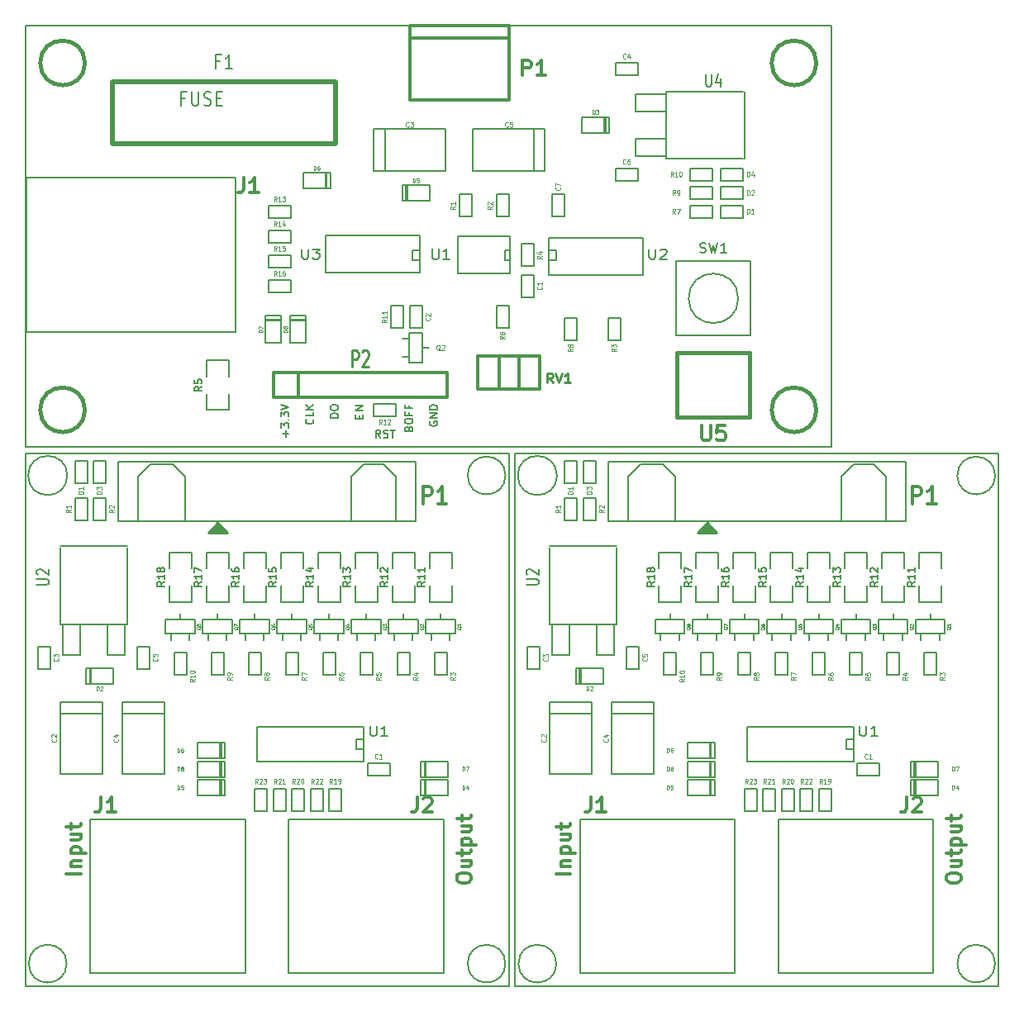
<source format=gto>
G04 (created by PCBNEW (2013-may-18)-stable) date Tue 21 Oct 2014 09:53:05 PM CEST*
%MOIN*%
G04 Gerber Fmt 3.4, Leading zero omitted, Abs format*
%FSLAX34Y34*%
G01*
G70*
G90*
G04 APERTURE LIST*
%ADD10C,0.00590551*%
%ADD11C,0.00787402*%
%ADD12C,0.011811*%
%ADD13C,0.005*%
%ADD14C,0.008*%
%ADD15C,0.0118*%
%ADD16C,0.012*%
%ADD17C,0.015*%
%ADD18C,0.019685*%
%ADD19C,0.0045*%
%ADD20C,0.0039*%
%ADD21C,0.0047*%
%ADD22C,0.00344488*%
%ADD23C,0.00984252*%
%ADD24C,0.006*%
%ADD25C,0.0107*%
%ADD26C,0.01*%
G04 APERTURE END LIST*
G54D10*
G54D11*
X61750Y-47000D02*
X94250Y-47000D01*
G54D12*
X83739Y-64220D02*
X83148Y-64220D01*
X83345Y-63938D02*
X83739Y-63938D01*
X83401Y-63938D02*
X83373Y-63910D01*
X83345Y-63854D01*
X83345Y-63770D01*
X83373Y-63714D01*
X83429Y-63685D01*
X83739Y-63685D01*
X83345Y-63404D02*
X83935Y-63404D01*
X83373Y-63404D02*
X83345Y-63348D01*
X83345Y-63235D01*
X83373Y-63179D01*
X83401Y-63151D01*
X83457Y-63123D01*
X83626Y-63123D01*
X83682Y-63151D01*
X83710Y-63179D01*
X83739Y-63235D01*
X83739Y-63348D01*
X83710Y-63404D01*
X83345Y-62617D02*
X83739Y-62617D01*
X83345Y-62870D02*
X83654Y-62870D01*
X83710Y-62842D01*
X83739Y-62785D01*
X83739Y-62701D01*
X83710Y-62645D01*
X83682Y-62617D01*
X83345Y-62420D02*
X83345Y-62195D01*
X83148Y-62336D02*
X83654Y-62336D01*
X83710Y-62307D01*
X83739Y-62251D01*
X83739Y-62195D01*
X98898Y-64445D02*
X98898Y-64332D01*
X98926Y-64276D01*
X98982Y-64220D01*
X99095Y-64192D01*
X99292Y-64192D01*
X99404Y-64220D01*
X99460Y-64276D01*
X99489Y-64332D01*
X99489Y-64445D01*
X99460Y-64501D01*
X99404Y-64557D01*
X99292Y-64585D01*
X99095Y-64585D01*
X98982Y-64557D01*
X98926Y-64501D01*
X98898Y-64445D01*
X99095Y-63685D02*
X99489Y-63685D01*
X99095Y-63938D02*
X99404Y-63938D01*
X99460Y-63910D01*
X99489Y-63854D01*
X99489Y-63770D01*
X99460Y-63714D01*
X99432Y-63685D01*
X99095Y-63489D02*
X99095Y-63264D01*
X98898Y-63404D02*
X99404Y-63404D01*
X99460Y-63376D01*
X99489Y-63320D01*
X99489Y-63264D01*
X99095Y-63067D02*
X99685Y-63067D01*
X99123Y-63067D02*
X99095Y-63010D01*
X99095Y-62898D01*
X99123Y-62842D01*
X99151Y-62814D01*
X99207Y-62785D01*
X99376Y-62785D01*
X99432Y-62814D01*
X99460Y-62842D01*
X99489Y-62898D01*
X99489Y-63010D01*
X99460Y-63067D01*
X99095Y-62279D02*
X99489Y-62279D01*
X99095Y-62532D02*
X99404Y-62532D01*
X99460Y-62504D01*
X99489Y-62448D01*
X99489Y-62364D01*
X99460Y-62307D01*
X99432Y-62279D01*
X99095Y-62082D02*
X99095Y-61857D01*
X98898Y-61998D02*
X99404Y-61998D01*
X99460Y-61970D01*
X99489Y-61914D01*
X99489Y-61857D01*
G54D11*
X101000Y-47250D02*
X81500Y-47250D01*
X81500Y-47250D02*
X81500Y-68750D01*
X81500Y-68750D02*
X101000Y-68750D01*
X101000Y-68750D02*
X101000Y-47250D01*
X81250Y-68750D02*
X81250Y-47250D01*
X61750Y-68750D02*
X81250Y-68750D01*
X61750Y-47250D02*
X61750Y-68750D01*
X81250Y-47250D02*
X61750Y-47250D01*
G54D12*
X79148Y-64445D02*
X79148Y-64332D01*
X79176Y-64276D01*
X79232Y-64220D01*
X79345Y-64192D01*
X79542Y-64192D01*
X79654Y-64220D01*
X79710Y-64276D01*
X79739Y-64332D01*
X79739Y-64445D01*
X79710Y-64501D01*
X79654Y-64557D01*
X79542Y-64585D01*
X79345Y-64585D01*
X79232Y-64557D01*
X79176Y-64501D01*
X79148Y-64445D01*
X79345Y-63685D02*
X79739Y-63685D01*
X79345Y-63938D02*
X79654Y-63938D01*
X79710Y-63910D01*
X79739Y-63854D01*
X79739Y-63770D01*
X79710Y-63714D01*
X79682Y-63685D01*
X79345Y-63489D02*
X79345Y-63264D01*
X79148Y-63404D02*
X79654Y-63404D01*
X79710Y-63376D01*
X79739Y-63320D01*
X79739Y-63264D01*
X79345Y-63067D02*
X79935Y-63067D01*
X79373Y-63067D02*
X79345Y-63010D01*
X79345Y-62898D01*
X79373Y-62842D01*
X79401Y-62814D01*
X79457Y-62785D01*
X79626Y-62785D01*
X79682Y-62814D01*
X79710Y-62842D01*
X79739Y-62898D01*
X79739Y-63010D01*
X79710Y-63067D01*
X79345Y-62279D02*
X79739Y-62279D01*
X79345Y-62532D02*
X79654Y-62532D01*
X79710Y-62504D01*
X79739Y-62448D01*
X79739Y-62364D01*
X79710Y-62307D01*
X79682Y-62279D01*
X79345Y-62082D02*
X79345Y-61857D01*
X79148Y-61998D02*
X79654Y-61998D01*
X79710Y-61970D01*
X79739Y-61914D01*
X79739Y-61857D01*
X63989Y-64220D02*
X63398Y-64220D01*
X63595Y-63938D02*
X63989Y-63938D01*
X63651Y-63938D02*
X63623Y-63910D01*
X63595Y-63854D01*
X63595Y-63770D01*
X63623Y-63714D01*
X63679Y-63685D01*
X63989Y-63685D01*
X63595Y-63404D02*
X64185Y-63404D01*
X63623Y-63404D02*
X63595Y-63348D01*
X63595Y-63235D01*
X63623Y-63179D01*
X63651Y-63151D01*
X63707Y-63123D01*
X63876Y-63123D01*
X63932Y-63151D01*
X63960Y-63179D01*
X63989Y-63235D01*
X63989Y-63348D01*
X63960Y-63404D01*
X63595Y-62617D02*
X63989Y-62617D01*
X63595Y-62870D02*
X63904Y-62870D01*
X63960Y-62842D01*
X63989Y-62785D01*
X63989Y-62701D01*
X63960Y-62645D01*
X63932Y-62617D01*
X63595Y-62420D02*
X63595Y-62195D01*
X63398Y-62336D02*
X63904Y-62336D01*
X63960Y-62307D01*
X63989Y-62251D01*
X63989Y-62195D01*
G54D11*
X61750Y-30000D02*
X61750Y-47000D01*
X94250Y-30000D02*
X61750Y-30000D01*
X94250Y-47000D02*
X94250Y-30000D01*
X78077Y-45969D02*
X78062Y-45999D01*
X78062Y-46044D01*
X78077Y-46089D01*
X78107Y-46119D01*
X78137Y-46134D01*
X78197Y-46149D01*
X78242Y-46149D01*
X78302Y-46134D01*
X78332Y-46119D01*
X78362Y-46089D01*
X78377Y-46044D01*
X78377Y-46014D01*
X78362Y-45969D01*
X78347Y-45954D01*
X78242Y-45954D01*
X78242Y-46014D01*
X78377Y-45819D02*
X78062Y-45819D01*
X78377Y-45639D01*
X78062Y-45639D01*
X78377Y-45489D02*
X78062Y-45489D01*
X78062Y-45414D01*
X78077Y-45369D01*
X78107Y-45339D01*
X78137Y-45324D01*
X78197Y-45309D01*
X78242Y-45309D01*
X78302Y-45324D01*
X78332Y-45339D01*
X78362Y-45369D01*
X78377Y-45414D01*
X78377Y-45489D01*
X77212Y-46254D02*
X77227Y-46209D01*
X77242Y-46194D01*
X77272Y-46179D01*
X77317Y-46179D01*
X77347Y-46194D01*
X77362Y-46209D01*
X77377Y-46239D01*
X77377Y-46359D01*
X77062Y-46359D01*
X77062Y-46254D01*
X77077Y-46224D01*
X77092Y-46209D01*
X77122Y-46194D01*
X77152Y-46194D01*
X77182Y-46209D01*
X77197Y-46224D01*
X77212Y-46254D01*
X77212Y-46359D01*
X77062Y-45984D02*
X77062Y-45924D01*
X77077Y-45894D01*
X77107Y-45864D01*
X77167Y-45849D01*
X77272Y-45849D01*
X77332Y-45864D01*
X77362Y-45894D01*
X77377Y-45924D01*
X77377Y-45984D01*
X77362Y-46014D01*
X77332Y-46044D01*
X77272Y-46059D01*
X77167Y-46059D01*
X77107Y-46044D01*
X77077Y-46014D01*
X77062Y-45984D01*
X77212Y-45609D02*
X77212Y-45714D01*
X77377Y-45714D02*
X77062Y-45714D01*
X77062Y-45564D01*
X77212Y-45339D02*
X77212Y-45444D01*
X77377Y-45444D02*
X77062Y-45444D01*
X77062Y-45294D01*
X76077Y-46627D02*
X75972Y-46477D01*
X75897Y-46627D02*
X75897Y-46312D01*
X76017Y-46312D01*
X76047Y-46327D01*
X76062Y-46342D01*
X76077Y-46372D01*
X76077Y-46417D01*
X76062Y-46447D01*
X76047Y-46462D01*
X76017Y-46477D01*
X75897Y-46477D01*
X76197Y-46612D02*
X76242Y-46627D01*
X76317Y-46627D01*
X76347Y-46612D01*
X76362Y-46597D01*
X76377Y-46567D01*
X76377Y-46537D01*
X76362Y-46507D01*
X76347Y-46492D01*
X76317Y-46477D01*
X76257Y-46462D01*
X76227Y-46447D01*
X76212Y-46432D01*
X76197Y-46402D01*
X76197Y-46372D01*
X76212Y-46342D01*
X76227Y-46327D01*
X76257Y-46312D01*
X76332Y-46312D01*
X76377Y-46327D01*
X76467Y-46312D02*
X76647Y-46312D01*
X76557Y-46627D02*
X76557Y-46312D01*
X75212Y-45857D02*
X75212Y-45739D01*
X75377Y-45688D02*
X75377Y-45857D01*
X75062Y-45857D01*
X75062Y-45688D01*
X75377Y-45536D02*
X75062Y-45536D01*
X75377Y-45334D01*
X75062Y-45334D01*
X74377Y-45819D02*
X74062Y-45819D01*
X74062Y-45744D01*
X74077Y-45699D01*
X74107Y-45669D01*
X74137Y-45654D01*
X74197Y-45639D01*
X74242Y-45639D01*
X74302Y-45654D01*
X74332Y-45669D01*
X74362Y-45699D01*
X74377Y-45744D01*
X74377Y-45819D01*
X74062Y-45444D02*
X74062Y-45384D01*
X74077Y-45354D01*
X74107Y-45324D01*
X74167Y-45309D01*
X74272Y-45309D01*
X74332Y-45324D01*
X74362Y-45354D01*
X74377Y-45384D01*
X74377Y-45444D01*
X74362Y-45474D01*
X74332Y-45504D01*
X74272Y-45519D01*
X74167Y-45519D01*
X74107Y-45504D01*
X74077Y-45474D01*
X74062Y-45444D01*
X73347Y-45879D02*
X73362Y-45894D01*
X73377Y-45939D01*
X73377Y-45969D01*
X73362Y-46014D01*
X73332Y-46044D01*
X73302Y-46059D01*
X73242Y-46074D01*
X73197Y-46074D01*
X73137Y-46059D01*
X73107Y-46044D01*
X73077Y-46014D01*
X73062Y-45969D01*
X73062Y-45939D01*
X73077Y-45894D01*
X73092Y-45879D01*
X73377Y-45594D02*
X73377Y-45744D01*
X73062Y-45744D01*
X73377Y-45489D02*
X73062Y-45489D01*
X73377Y-45309D02*
X73197Y-45444D01*
X73062Y-45309D02*
X73242Y-45489D01*
X72257Y-46584D02*
X72257Y-46344D01*
X72377Y-46464D02*
X72137Y-46464D01*
X72062Y-46224D02*
X72062Y-46029D01*
X72182Y-46134D01*
X72182Y-46089D01*
X72197Y-46059D01*
X72212Y-46044D01*
X72242Y-46029D01*
X72317Y-46029D01*
X72347Y-46044D01*
X72362Y-46059D01*
X72377Y-46089D01*
X72377Y-46179D01*
X72362Y-46209D01*
X72347Y-46224D01*
X72347Y-45894D02*
X72362Y-45879D01*
X72377Y-45894D01*
X72362Y-45909D01*
X72347Y-45894D01*
X72377Y-45894D01*
X72062Y-45774D02*
X72062Y-45579D01*
X72182Y-45684D01*
X72182Y-45639D01*
X72197Y-45609D01*
X72212Y-45594D01*
X72242Y-45579D01*
X72317Y-45579D01*
X72347Y-45594D01*
X72362Y-45609D01*
X72377Y-45639D01*
X72377Y-45729D01*
X72362Y-45759D01*
X72347Y-45774D01*
X72062Y-45489D02*
X72377Y-45384D01*
X72062Y-45279D01*
G54D13*
X91250Y-60800D02*
X91250Y-61700D01*
X91250Y-61700D02*
X90750Y-61700D01*
X90750Y-61700D02*
X90750Y-60800D01*
X90750Y-60800D02*
X91250Y-60800D01*
X93000Y-61700D02*
X93000Y-60800D01*
X93000Y-60800D02*
X93500Y-60800D01*
X93500Y-60800D02*
X93500Y-61700D01*
X93500Y-61700D02*
X93000Y-61700D01*
X91500Y-61700D02*
X91500Y-60800D01*
X91500Y-60800D02*
X92000Y-60800D01*
X92000Y-60800D02*
X92000Y-61700D01*
X92000Y-61700D02*
X91500Y-61700D01*
X92250Y-61700D02*
X92250Y-60800D01*
X92250Y-60800D02*
X92750Y-60800D01*
X92750Y-60800D02*
X92750Y-61700D01*
X92750Y-61700D02*
X92250Y-61700D01*
X93750Y-61700D02*
X93750Y-60800D01*
X93750Y-60800D02*
X94250Y-60800D01*
X94250Y-60800D02*
X94250Y-61700D01*
X94250Y-61700D02*
X93750Y-61700D01*
X89354Y-60315D02*
X89354Y-59685D01*
X89394Y-59685D02*
X89394Y-60315D01*
X88449Y-59685D02*
X89551Y-59685D01*
X89551Y-59685D02*
X89551Y-60315D01*
X89551Y-60315D02*
X88449Y-60315D01*
X88449Y-60315D02*
X88449Y-59685D01*
X97646Y-59685D02*
X97646Y-60315D01*
X97606Y-60315D02*
X97606Y-59685D01*
X98551Y-60315D02*
X97449Y-60315D01*
X97449Y-60315D02*
X97449Y-59685D01*
X97449Y-59685D02*
X98551Y-59685D01*
X98551Y-59685D02*
X98551Y-60315D01*
X89354Y-59565D02*
X89354Y-58935D01*
X89394Y-58935D02*
X89394Y-59565D01*
X88449Y-58935D02*
X89551Y-58935D01*
X89551Y-58935D02*
X89551Y-59565D01*
X89551Y-59565D02*
X88449Y-59565D01*
X88449Y-59565D02*
X88449Y-58935D01*
X89354Y-61065D02*
X89354Y-60435D01*
X89394Y-60435D02*
X89394Y-61065D01*
X88449Y-60435D02*
X89551Y-60435D01*
X89551Y-60435D02*
X89551Y-61065D01*
X89551Y-61065D02*
X88449Y-61065D01*
X88449Y-61065D02*
X88449Y-60435D01*
X97646Y-60435D02*
X97646Y-61065D01*
X97606Y-61065D02*
X97606Y-60435D01*
X98551Y-61065D02*
X97449Y-61065D01*
X97449Y-61065D02*
X97449Y-60435D01*
X97449Y-60435D02*
X98551Y-60435D01*
X98551Y-60435D02*
X98551Y-61065D01*
X86500Y-55050D02*
X86500Y-55950D01*
X86500Y-55950D02*
X86000Y-55950D01*
X86000Y-55950D02*
X86000Y-55050D01*
X86000Y-55050D02*
X86500Y-55050D01*
X82900Y-57750D02*
X84600Y-57750D01*
X82900Y-60200D02*
X84600Y-60200D01*
X84600Y-60200D02*
X84600Y-57300D01*
X84600Y-57300D02*
X82900Y-57300D01*
X82900Y-57300D02*
X82900Y-60200D01*
X84800Y-54150D02*
X84800Y-55400D01*
X84800Y-55400D02*
X85500Y-55400D01*
X85500Y-55400D02*
X85500Y-54150D01*
X83000Y-54150D02*
X83000Y-55400D01*
X83000Y-55400D02*
X83700Y-55400D01*
X83700Y-55400D02*
X83700Y-54150D01*
X85600Y-51750D02*
X85600Y-54150D01*
X85600Y-54150D02*
X82900Y-54150D01*
X82900Y-54150D02*
X82900Y-51050D01*
X82900Y-51000D02*
X85600Y-51000D01*
X85600Y-51050D02*
X85600Y-51750D01*
X89500Y-55300D02*
X89500Y-56200D01*
X89500Y-56200D02*
X89000Y-56200D01*
X89000Y-56200D02*
X89000Y-55300D01*
X89000Y-55300D02*
X89500Y-55300D01*
X88000Y-55300D02*
X88000Y-56200D01*
X88000Y-56200D02*
X87500Y-56200D01*
X87500Y-56200D02*
X87500Y-55300D01*
X87500Y-55300D02*
X88000Y-55300D01*
X91000Y-55300D02*
X91000Y-56200D01*
X91000Y-56200D02*
X90500Y-56200D01*
X90500Y-56200D02*
X90500Y-55300D01*
X90500Y-55300D02*
X91000Y-55300D01*
X95300Y-59750D02*
X96200Y-59750D01*
X96200Y-59750D02*
X96200Y-60250D01*
X96200Y-60250D02*
X95300Y-60250D01*
X95300Y-60250D02*
X95300Y-59750D01*
X83500Y-48450D02*
X83500Y-47550D01*
X83500Y-47550D02*
X84000Y-47550D01*
X84000Y-47550D02*
X84000Y-48450D01*
X84000Y-48450D02*
X83500Y-48450D01*
X92500Y-55300D02*
X92500Y-56200D01*
X92500Y-56200D02*
X92000Y-56200D01*
X92000Y-56200D02*
X92000Y-55300D01*
X92000Y-55300D02*
X92500Y-55300D01*
X83500Y-49950D02*
X83500Y-49050D01*
X83500Y-49050D02*
X84000Y-49050D01*
X84000Y-49050D02*
X84000Y-49950D01*
X84000Y-49950D02*
X83500Y-49950D01*
X84250Y-48450D02*
X84250Y-47550D01*
X84250Y-47550D02*
X84750Y-47550D01*
X84750Y-47550D02*
X84750Y-48450D01*
X84750Y-48450D02*
X84250Y-48450D01*
X94000Y-55300D02*
X94000Y-56200D01*
X94000Y-56200D02*
X93500Y-56200D01*
X93500Y-56200D02*
X93500Y-55300D01*
X93500Y-55300D02*
X94000Y-55300D01*
X95500Y-55300D02*
X95500Y-56200D01*
X95500Y-56200D02*
X95000Y-56200D01*
X95000Y-56200D02*
X95000Y-55300D01*
X95000Y-55300D02*
X95500Y-55300D01*
X97000Y-55300D02*
X97000Y-56200D01*
X97000Y-56200D02*
X96500Y-56200D01*
X96500Y-56200D02*
X96500Y-55300D01*
X96500Y-55300D02*
X97000Y-55300D01*
X82500Y-55050D02*
X82500Y-55950D01*
X82500Y-55950D02*
X82000Y-55950D01*
X82000Y-55950D02*
X82000Y-55050D01*
X82000Y-55050D02*
X82500Y-55050D01*
X98500Y-55300D02*
X98500Y-56200D01*
X98500Y-56200D02*
X98000Y-56200D01*
X98000Y-56200D02*
X98000Y-55300D01*
X98000Y-55300D02*
X98500Y-55300D01*
X84250Y-49950D02*
X84250Y-49050D01*
X84250Y-49050D02*
X84750Y-49050D01*
X84750Y-49050D02*
X84750Y-49950D01*
X84750Y-49950D02*
X84250Y-49950D01*
X87300Y-53250D02*
X88200Y-53250D01*
X88200Y-53250D02*
X88200Y-52600D01*
X87300Y-51900D02*
X87300Y-51250D01*
X87300Y-51250D02*
X88200Y-51250D01*
X88200Y-51250D02*
X88200Y-51900D01*
X87300Y-52600D02*
X87300Y-53250D01*
X97800Y-53250D02*
X98700Y-53250D01*
X98700Y-53250D02*
X98700Y-52600D01*
X97800Y-51900D02*
X97800Y-51250D01*
X97800Y-51250D02*
X98700Y-51250D01*
X98700Y-51250D02*
X98700Y-51900D01*
X97800Y-52600D02*
X97800Y-53250D01*
X96300Y-53250D02*
X97200Y-53250D01*
X97200Y-53250D02*
X97200Y-52600D01*
X96300Y-51900D02*
X96300Y-51250D01*
X96300Y-51250D02*
X97200Y-51250D01*
X97200Y-51250D02*
X97200Y-51900D01*
X96300Y-52600D02*
X96300Y-53250D01*
X94800Y-53250D02*
X95700Y-53250D01*
X95700Y-53250D02*
X95700Y-52600D01*
X94800Y-51900D02*
X94800Y-51250D01*
X94800Y-51250D02*
X95700Y-51250D01*
X95700Y-51250D02*
X95700Y-51900D01*
X94800Y-52600D02*
X94800Y-53250D01*
X88800Y-53250D02*
X89700Y-53250D01*
X89700Y-53250D02*
X89700Y-52600D01*
X88800Y-51900D02*
X88800Y-51250D01*
X88800Y-51250D02*
X89700Y-51250D01*
X89700Y-51250D02*
X89700Y-51900D01*
X88800Y-52600D02*
X88800Y-53250D01*
X91800Y-53250D02*
X92700Y-53250D01*
X92700Y-53250D02*
X92700Y-52600D01*
X91800Y-51900D02*
X91800Y-51250D01*
X91800Y-51250D02*
X92700Y-51250D01*
X92700Y-51250D02*
X92700Y-51900D01*
X91800Y-52600D02*
X91800Y-53250D01*
X90300Y-53250D02*
X91200Y-53250D01*
X91200Y-53250D02*
X91200Y-52600D01*
X90300Y-51900D02*
X90300Y-51250D01*
X90300Y-51250D02*
X91200Y-51250D01*
X91200Y-51250D02*
X91200Y-51900D01*
X90300Y-52600D02*
X90300Y-53250D01*
X93300Y-53250D02*
X94200Y-53250D01*
X94200Y-53250D02*
X94200Y-52600D01*
X93300Y-51900D02*
X93300Y-51250D01*
X93300Y-51250D02*
X94200Y-51250D01*
X94200Y-51250D02*
X94200Y-51900D01*
X93300Y-52600D02*
X93300Y-53250D01*
G54D14*
X95150Y-59700D02*
X90850Y-59700D01*
X90850Y-59700D02*
X90850Y-58300D01*
X90850Y-58300D02*
X95150Y-58300D01*
X95150Y-58300D02*
X95150Y-59700D01*
X95150Y-59200D02*
X94850Y-59200D01*
X94850Y-59200D02*
X94850Y-58800D01*
X94850Y-58800D02*
X95150Y-58800D01*
G54D13*
X84146Y-55935D02*
X84146Y-56565D01*
X84106Y-56565D02*
X84106Y-55935D01*
X85051Y-56565D02*
X83949Y-56565D01*
X83949Y-56565D02*
X83949Y-55935D01*
X83949Y-55935D02*
X85051Y-55935D01*
X85051Y-55935D02*
X85051Y-56565D01*
X92625Y-54525D02*
X92625Y-54785D01*
X91875Y-54525D02*
X91875Y-54785D01*
X92250Y-53975D02*
X92250Y-53715D01*
X91660Y-53975D02*
X92840Y-53975D01*
X92840Y-53975D02*
X92840Y-54525D01*
X92840Y-54525D02*
X91660Y-54525D01*
X91660Y-54525D02*
X91660Y-53975D01*
X94125Y-54525D02*
X94125Y-54785D01*
X93375Y-54525D02*
X93375Y-54785D01*
X93750Y-53975D02*
X93750Y-53715D01*
X93160Y-53975D02*
X94340Y-53975D01*
X94340Y-53975D02*
X94340Y-54525D01*
X94340Y-54525D02*
X93160Y-54525D01*
X93160Y-54525D02*
X93160Y-53975D01*
X95625Y-54525D02*
X95625Y-54785D01*
X94875Y-54525D02*
X94875Y-54785D01*
X95250Y-53975D02*
X95250Y-53715D01*
X94660Y-53975D02*
X95840Y-53975D01*
X95840Y-53975D02*
X95840Y-54525D01*
X95840Y-54525D02*
X94660Y-54525D01*
X94660Y-54525D02*
X94660Y-53975D01*
X88125Y-54525D02*
X88125Y-54785D01*
X87375Y-54525D02*
X87375Y-54785D01*
X87750Y-53975D02*
X87750Y-53715D01*
X87160Y-53975D02*
X88340Y-53975D01*
X88340Y-53975D02*
X88340Y-54525D01*
X88340Y-54525D02*
X87160Y-54525D01*
X87160Y-54525D02*
X87160Y-53975D01*
X97125Y-54525D02*
X97125Y-54785D01*
X96375Y-54525D02*
X96375Y-54785D01*
X96750Y-53975D02*
X96750Y-53715D01*
X96160Y-53975D02*
X97340Y-53975D01*
X97340Y-53975D02*
X97340Y-54525D01*
X97340Y-54525D02*
X96160Y-54525D01*
X96160Y-54525D02*
X96160Y-53975D01*
X91125Y-54525D02*
X91125Y-54785D01*
X90375Y-54525D02*
X90375Y-54785D01*
X90750Y-53975D02*
X90750Y-53715D01*
X90160Y-53975D02*
X91340Y-53975D01*
X91340Y-53975D02*
X91340Y-54525D01*
X91340Y-54525D02*
X90160Y-54525D01*
X90160Y-54525D02*
X90160Y-53975D01*
X98625Y-54525D02*
X98625Y-54785D01*
X97875Y-54525D02*
X97875Y-54785D01*
X98250Y-53975D02*
X98250Y-53715D01*
X97660Y-53975D02*
X98840Y-53975D01*
X98840Y-53975D02*
X98840Y-54525D01*
X98840Y-54525D02*
X97660Y-54525D01*
X97660Y-54525D02*
X97660Y-53975D01*
X89625Y-54525D02*
X89625Y-54785D01*
X88875Y-54525D02*
X88875Y-54785D01*
X89250Y-53975D02*
X89250Y-53715D01*
X88660Y-53975D02*
X89840Y-53975D01*
X89840Y-53975D02*
X89840Y-54525D01*
X89840Y-54525D02*
X88660Y-54525D01*
X88660Y-54525D02*
X88660Y-53975D01*
X85400Y-57750D02*
X87100Y-57750D01*
X85400Y-60200D02*
X87100Y-60200D01*
X87100Y-60200D02*
X87100Y-57300D01*
X87100Y-57300D02*
X85400Y-57300D01*
X85400Y-57300D02*
X85400Y-60200D01*
G54D11*
X85350Y-47600D02*
X85250Y-47600D01*
X85250Y-47600D02*
X85250Y-50000D01*
X97250Y-50000D02*
X97250Y-47600D01*
X97250Y-47600D02*
X85350Y-47600D01*
X94650Y-50000D02*
X94650Y-48200D01*
X94650Y-48200D02*
X95150Y-47700D01*
X95150Y-47700D02*
X95950Y-47700D01*
X95950Y-47700D02*
X96450Y-48200D01*
X96450Y-48200D02*
X96450Y-50000D01*
X86050Y-50000D02*
X86050Y-48200D01*
X86050Y-48200D02*
X86550Y-47700D01*
X86550Y-47700D02*
X87450Y-47700D01*
X87450Y-47700D02*
X87950Y-48200D01*
X87950Y-48200D02*
X87950Y-50000D01*
X85250Y-50000D02*
X97250Y-50000D01*
X100863Y-48150D02*
G75*
G03X100863Y-48150I-763J0D01*
G74*
G01*
X100861Y-67850D02*
G75*
G03X100861Y-67850I-761J0D01*
G74*
G01*
X83163Y-67850D02*
G75*
G03X83163Y-67850I-763J0D01*
G74*
G01*
X83190Y-48150D02*
G75*
G03X83190Y-48150I-790J0D01*
G74*
G01*
G54D13*
X90375Y-62025D02*
X90375Y-68225D01*
X84125Y-68225D02*
X84125Y-62025D01*
X84125Y-68225D02*
X90375Y-68225D01*
X84125Y-62025D02*
X90375Y-62025D01*
X98375Y-68225D02*
X98375Y-62025D01*
X92125Y-62025D02*
X92125Y-68225D01*
X92125Y-68225D02*
X98375Y-68225D01*
X98375Y-62025D02*
X92125Y-62025D01*
X78625Y-68225D02*
X78625Y-62025D01*
X72375Y-62025D02*
X72375Y-68225D01*
X72375Y-68225D02*
X78625Y-68225D01*
X78625Y-62025D02*
X72375Y-62025D01*
X70625Y-62025D02*
X70625Y-68225D01*
X64375Y-68225D02*
X64375Y-62025D01*
X64375Y-68225D02*
X70625Y-68225D01*
X64375Y-62025D02*
X70625Y-62025D01*
G54D11*
X63440Y-48150D02*
G75*
G03X63440Y-48150I-790J0D01*
G74*
G01*
X63413Y-67850D02*
G75*
G03X63413Y-67850I-763J0D01*
G74*
G01*
X81111Y-67850D02*
G75*
G03X81111Y-67850I-761J0D01*
G74*
G01*
X81113Y-48150D02*
G75*
G03X81113Y-48150I-763J0D01*
G74*
G01*
X65600Y-47600D02*
X65500Y-47600D01*
X65500Y-47600D02*
X65500Y-50000D01*
X77500Y-50000D02*
X77500Y-47600D01*
X77500Y-47600D02*
X65600Y-47600D01*
X74900Y-50000D02*
X74900Y-48200D01*
X74900Y-48200D02*
X75400Y-47700D01*
X75400Y-47700D02*
X76200Y-47700D01*
X76200Y-47700D02*
X76700Y-48200D01*
X76700Y-48200D02*
X76700Y-50000D01*
X66300Y-50000D02*
X66300Y-48200D01*
X66300Y-48200D02*
X66800Y-47700D01*
X66800Y-47700D02*
X67700Y-47700D01*
X67700Y-47700D02*
X68200Y-48200D01*
X68200Y-48200D02*
X68200Y-50000D01*
X65500Y-50000D02*
X77500Y-50000D01*
G54D13*
X65650Y-57750D02*
X67350Y-57750D01*
X65650Y-60200D02*
X67350Y-60200D01*
X67350Y-60200D02*
X67350Y-57300D01*
X67350Y-57300D02*
X65650Y-57300D01*
X65650Y-57300D02*
X65650Y-60200D01*
X69875Y-54525D02*
X69875Y-54785D01*
X69125Y-54525D02*
X69125Y-54785D01*
X69500Y-53975D02*
X69500Y-53715D01*
X68910Y-53975D02*
X70090Y-53975D01*
X70090Y-53975D02*
X70090Y-54525D01*
X70090Y-54525D02*
X68910Y-54525D01*
X68910Y-54525D02*
X68910Y-53975D01*
X78875Y-54525D02*
X78875Y-54785D01*
X78125Y-54525D02*
X78125Y-54785D01*
X78500Y-53975D02*
X78500Y-53715D01*
X77910Y-53975D02*
X79090Y-53975D01*
X79090Y-53975D02*
X79090Y-54525D01*
X79090Y-54525D02*
X77910Y-54525D01*
X77910Y-54525D02*
X77910Y-53975D01*
X71375Y-54525D02*
X71375Y-54785D01*
X70625Y-54525D02*
X70625Y-54785D01*
X71000Y-53975D02*
X71000Y-53715D01*
X70410Y-53975D02*
X71590Y-53975D01*
X71590Y-53975D02*
X71590Y-54525D01*
X71590Y-54525D02*
X70410Y-54525D01*
X70410Y-54525D02*
X70410Y-53975D01*
X77375Y-54525D02*
X77375Y-54785D01*
X76625Y-54525D02*
X76625Y-54785D01*
X77000Y-53975D02*
X77000Y-53715D01*
X76410Y-53975D02*
X77590Y-53975D01*
X77590Y-53975D02*
X77590Y-54525D01*
X77590Y-54525D02*
X76410Y-54525D01*
X76410Y-54525D02*
X76410Y-53975D01*
X68375Y-54525D02*
X68375Y-54785D01*
X67625Y-54525D02*
X67625Y-54785D01*
X68000Y-53975D02*
X68000Y-53715D01*
X67410Y-53975D02*
X68590Y-53975D01*
X68590Y-53975D02*
X68590Y-54525D01*
X68590Y-54525D02*
X67410Y-54525D01*
X67410Y-54525D02*
X67410Y-53975D01*
X75875Y-54525D02*
X75875Y-54785D01*
X75125Y-54525D02*
X75125Y-54785D01*
X75500Y-53975D02*
X75500Y-53715D01*
X74910Y-53975D02*
X76090Y-53975D01*
X76090Y-53975D02*
X76090Y-54525D01*
X76090Y-54525D02*
X74910Y-54525D01*
X74910Y-54525D02*
X74910Y-53975D01*
X74375Y-54525D02*
X74375Y-54785D01*
X73625Y-54525D02*
X73625Y-54785D01*
X74000Y-53975D02*
X74000Y-53715D01*
X73410Y-53975D02*
X74590Y-53975D01*
X74590Y-53975D02*
X74590Y-54525D01*
X74590Y-54525D02*
X73410Y-54525D01*
X73410Y-54525D02*
X73410Y-53975D01*
X72875Y-54525D02*
X72875Y-54785D01*
X72125Y-54525D02*
X72125Y-54785D01*
X72500Y-53975D02*
X72500Y-53715D01*
X71910Y-53975D02*
X73090Y-53975D01*
X73090Y-53975D02*
X73090Y-54525D01*
X73090Y-54525D02*
X71910Y-54525D01*
X71910Y-54525D02*
X71910Y-53975D01*
X64396Y-55935D02*
X64396Y-56565D01*
X64356Y-56565D02*
X64356Y-55935D01*
X65301Y-56565D02*
X64199Y-56565D01*
X64199Y-56565D02*
X64199Y-55935D01*
X64199Y-55935D02*
X65301Y-55935D01*
X65301Y-55935D02*
X65301Y-56565D01*
G54D14*
X75400Y-59700D02*
X71100Y-59700D01*
X71100Y-59700D02*
X71100Y-58300D01*
X71100Y-58300D02*
X75400Y-58300D01*
X75400Y-58300D02*
X75400Y-59700D01*
X75400Y-59200D02*
X75100Y-59200D01*
X75100Y-59200D02*
X75100Y-58800D01*
X75100Y-58800D02*
X75400Y-58800D01*
G54D13*
X73550Y-53250D02*
X74450Y-53250D01*
X74450Y-53250D02*
X74450Y-52600D01*
X73550Y-51900D02*
X73550Y-51250D01*
X73550Y-51250D02*
X74450Y-51250D01*
X74450Y-51250D02*
X74450Y-51900D01*
X73550Y-52600D02*
X73550Y-53250D01*
X70550Y-53250D02*
X71450Y-53250D01*
X71450Y-53250D02*
X71450Y-52600D01*
X70550Y-51900D02*
X70550Y-51250D01*
X70550Y-51250D02*
X71450Y-51250D01*
X71450Y-51250D02*
X71450Y-51900D01*
X70550Y-52600D02*
X70550Y-53250D01*
X72050Y-53250D02*
X72950Y-53250D01*
X72950Y-53250D02*
X72950Y-52600D01*
X72050Y-51900D02*
X72050Y-51250D01*
X72050Y-51250D02*
X72950Y-51250D01*
X72950Y-51250D02*
X72950Y-51900D01*
X72050Y-52600D02*
X72050Y-53250D01*
X69050Y-53250D02*
X69950Y-53250D01*
X69950Y-53250D02*
X69950Y-52600D01*
X69050Y-51900D02*
X69050Y-51250D01*
X69050Y-51250D02*
X69950Y-51250D01*
X69950Y-51250D02*
X69950Y-51900D01*
X69050Y-52600D02*
X69050Y-53250D01*
X75050Y-53250D02*
X75950Y-53250D01*
X75950Y-53250D02*
X75950Y-52600D01*
X75050Y-51900D02*
X75050Y-51250D01*
X75050Y-51250D02*
X75950Y-51250D01*
X75950Y-51250D02*
X75950Y-51900D01*
X75050Y-52600D02*
X75050Y-53250D01*
X76550Y-53250D02*
X77450Y-53250D01*
X77450Y-53250D02*
X77450Y-52600D01*
X76550Y-51900D02*
X76550Y-51250D01*
X76550Y-51250D02*
X77450Y-51250D01*
X77450Y-51250D02*
X77450Y-51900D01*
X76550Y-52600D02*
X76550Y-53250D01*
X78050Y-53250D02*
X78950Y-53250D01*
X78950Y-53250D02*
X78950Y-52600D01*
X78050Y-51900D02*
X78050Y-51250D01*
X78050Y-51250D02*
X78950Y-51250D01*
X78950Y-51250D02*
X78950Y-51900D01*
X78050Y-52600D02*
X78050Y-53250D01*
X67550Y-53250D02*
X68450Y-53250D01*
X68450Y-53250D02*
X68450Y-52600D01*
X67550Y-51900D02*
X67550Y-51250D01*
X67550Y-51250D02*
X68450Y-51250D01*
X68450Y-51250D02*
X68450Y-51900D01*
X67550Y-52600D02*
X67550Y-53250D01*
X64500Y-49950D02*
X64500Y-49050D01*
X64500Y-49050D02*
X65000Y-49050D01*
X65000Y-49050D02*
X65000Y-49950D01*
X65000Y-49950D02*
X64500Y-49950D01*
X78750Y-55300D02*
X78750Y-56200D01*
X78750Y-56200D02*
X78250Y-56200D01*
X78250Y-56200D02*
X78250Y-55300D01*
X78250Y-55300D02*
X78750Y-55300D01*
X62750Y-55050D02*
X62750Y-55950D01*
X62750Y-55950D02*
X62250Y-55950D01*
X62250Y-55950D02*
X62250Y-55050D01*
X62250Y-55050D02*
X62750Y-55050D01*
X77250Y-55300D02*
X77250Y-56200D01*
X77250Y-56200D02*
X76750Y-56200D01*
X76750Y-56200D02*
X76750Y-55300D01*
X76750Y-55300D02*
X77250Y-55300D01*
X75750Y-55300D02*
X75750Y-56200D01*
X75750Y-56200D02*
X75250Y-56200D01*
X75250Y-56200D02*
X75250Y-55300D01*
X75250Y-55300D02*
X75750Y-55300D01*
X74250Y-55300D02*
X74250Y-56200D01*
X74250Y-56200D02*
X73750Y-56200D01*
X73750Y-56200D02*
X73750Y-55300D01*
X73750Y-55300D02*
X74250Y-55300D01*
X64500Y-48450D02*
X64500Y-47550D01*
X64500Y-47550D02*
X65000Y-47550D01*
X65000Y-47550D02*
X65000Y-48450D01*
X65000Y-48450D02*
X64500Y-48450D01*
X63750Y-49950D02*
X63750Y-49050D01*
X63750Y-49050D02*
X64250Y-49050D01*
X64250Y-49050D02*
X64250Y-49950D01*
X64250Y-49950D02*
X63750Y-49950D01*
X72750Y-55300D02*
X72750Y-56200D01*
X72750Y-56200D02*
X72250Y-56200D01*
X72250Y-56200D02*
X72250Y-55300D01*
X72250Y-55300D02*
X72750Y-55300D01*
X63750Y-48450D02*
X63750Y-47550D01*
X63750Y-47550D02*
X64250Y-47550D01*
X64250Y-47550D02*
X64250Y-48450D01*
X64250Y-48450D02*
X63750Y-48450D01*
X75550Y-59750D02*
X76450Y-59750D01*
X76450Y-59750D02*
X76450Y-60250D01*
X76450Y-60250D02*
X75550Y-60250D01*
X75550Y-60250D02*
X75550Y-59750D01*
X71250Y-55300D02*
X71250Y-56200D01*
X71250Y-56200D02*
X70750Y-56200D01*
X70750Y-56200D02*
X70750Y-55300D01*
X70750Y-55300D02*
X71250Y-55300D01*
X68250Y-55300D02*
X68250Y-56200D01*
X68250Y-56200D02*
X67750Y-56200D01*
X67750Y-56200D02*
X67750Y-55300D01*
X67750Y-55300D02*
X68250Y-55300D01*
X69750Y-55300D02*
X69750Y-56200D01*
X69750Y-56200D02*
X69250Y-56200D01*
X69250Y-56200D02*
X69250Y-55300D01*
X69250Y-55300D02*
X69750Y-55300D01*
X65050Y-54150D02*
X65050Y-55400D01*
X65050Y-55400D02*
X65750Y-55400D01*
X65750Y-55400D02*
X65750Y-54150D01*
X63250Y-54150D02*
X63250Y-55400D01*
X63250Y-55400D02*
X63950Y-55400D01*
X63950Y-55400D02*
X63950Y-54150D01*
X65850Y-51750D02*
X65850Y-54150D01*
X65850Y-54150D02*
X63150Y-54150D01*
X63150Y-54150D02*
X63150Y-51050D01*
X63150Y-51000D02*
X65850Y-51000D01*
X65850Y-51050D02*
X65850Y-51750D01*
X63150Y-57750D02*
X64850Y-57750D01*
X63150Y-60200D02*
X64850Y-60200D01*
X64850Y-60200D02*
X64850Y-57300D01*
X64850Y-57300D02*
X63150Y-57300D01*
X63150Y-57300D02*
X63150Y-60200D01*
X66750Y-55050D02*
X66750Y-55950D01*
X66750Y-55950D02*
X66250Y-55950D01*
X66250Y-55950D02*
X66250Y-55050D01*
X66250Y-55050D02*
X66750Y-55050D01*
X77896Y-60435D02*
X77896Y-61065D01*
X77856Y-61065D02*
X77856Y-60435D01*
X78801Y-61065D02*
X77699Y-61065D01*
X77699Y-61065D02*
X77699Y-60435D01*
X77699Y-60435D02*
X78801Y-60435D01*
X78801Y-60435D02*
X78801Y-61065D01*
X69604Y-61065D02*
X69604Y-60435D01*
X69644Y-60435D02*
X69644Y-61065D01*
X68699Y-60435D02*
X69801Y-60435D01*
X69801Y-60435D02*
X69801Y-61065D01*
X69801Y-61065D02*
X68699Y-61065D01*
X68699Y-61065D02*
X68699Y-60435D01*
X69604Y-59565D02*
X69604Y-58935D01*
X69644Y-58935D02*
X69644Y-59565D01*
X68699Y-58935D02*
X69801Y-58935D01*
X69801Y-58935D02*
X69801Y-59565D01*
X69801Y-59565D02*
X68699Y-59565D01*
X68699Y-59565D02*
X68699Y-58935D01*
X77896Y-59685D02*
X77896Y-60315D01*
X77856Y-60315D02*
X77856Y-59685D01*
X78801Y-60315D02*
X77699Y-60315D01*
X77699Y-60315D02*
X77699Y-59685D01*
X77699Y-59685D02*
X78801Y-59685D01*
X78801Y-59685D02*
X78801Y-60315D01*
X69604Y-60315D02*
X69604Y-59685D01*
X69644Y-59685D02*
X69644Y-60315D01*
X68699Y-59685D02*
X69801Y-59685D01*
X69801Y-59685D02*
X69801Y-60315D01*
X69801Y-60315D02*
X68699Y-60315D01*
X68699Y-60315D02*
X68699Y-59685D01*
X74000Y-61700D02*
X74000Y-60800D01*
X74000Y-60800D02*
X74500Y-60800D01*
X74500Y-60800D02*
X74500Y-61700D01*
X74500Y-61700D02*
X74000Y-61700D01*
X72500Y-61700D02*
X72500Y-60800D01*
X72500Y-60800D02*
X73000Y-60800D01*
X73000Y-60800D02*
X73000Y-61700D01*
X73000Y-61700D02*
X72500Y-61700D01*
X71750Y-61700D02*
X71750Y-60800D01*
X71750Y-60800D02*
X72250Y-60800D01*
X72250Y-60800D02*
X72250Y-61700D01*
X72250Y-61700D02*
X71750Y-61700D01*
X73250Y-61700D02*
X73250Y-60800D01*
X73250Y-60800D02*
X73750Y-60800D01*
X73750Y-60800D02*
X73750Y-61700D01*
X73750Y-61700D02*
X73250Y-61700D01*
X71500Y-60800D02*
X71500Y-61700D01*
X71500Y-61700D02*
X71000Y-61700D01*
X71000Y-61700D02*
X71000Y-60800D01*
X71000Y-60800D02*
X71500Y-60800D01*
G54D15*
X81644Y-43331D02*
X81644Y-44669D01*
X80856Y-43331D02*
X80856Y-44669D01*
X79990Y-44669D02*
X79990Y-43331D01*
X79990Y-43331D02*
X82510Y-43331D01*
X82510Y-43331D02*
X82510Y-44669D01*
X82510Y-44669D02*
X79990Y-44669D01*
G54D13*
X90500Y-41000D02*
G75*
G03X90500Y-41000I-1000J0D01*
G74*
G01*
X88000Y-42500D02*
X88000Y-39500D01*
X88000Y-39500D02*
X91000Y-39500D01*
X91000Y-39500D02*
X91000Y-42500D01*
X88000Y-42500D02*
X91000Y-42500D01*
X77225Y-43375D02*
X76965Y-43375D01*
X77225Y-42625D02*
X76965Y-42625D01*
X77775Y-43000D02*
X78035Y-43000D01*
X77775Y-42410D02*
X77775Y-43590D01*
X77775Y-43590D02*
X77225Y-43590D01*
X77225Y-43590D02*
X77225Y-42410D01*
X77225Y-42410D02*
X77775Y-42410D01*
X85104Y-34315D02*
X85104Y-33685D01*
X85144Y-33685D02*
X85144Y-34315D01*
X84199Y-33685D02*
X85301Y-33685D01*
X85301Y-33685D02*
X85301Y-34315D01*
X85301Y-34315D02*
X84199Y-34315D01*
X84199Y-34315D02*
X84199Y-33685D01*
X81300Y-38550D02*
X81300Y-38500D01*
X81300Y-38500D02*
X79200Y-38500D01*
X79200Y-40000D02*
X81300Y-40000D01*
X81300Y-40000D02*
X81300Y-38550D01*
X81300Y-39450D02*
X81100Y-39450D01*
X81100Y-39450D02*
X81100Y-39050D01*
X81100Y-39050D02*
X81300Y-39050D01*
X79200Y-40000D02*
X79200Y-38500D01*
X69950Y-43500D02*
X69050Y-43500D01*
X69050Y-43500D02*
X69050Y-44150D01*
X69950Y-44850D02*
X69950Y-45500D01*
X69950Y-45500D02*
X69050Y-45500D01*
X69050Y-45500D02*
X69050Y-44850D01*
X69950Y-44150D02*
X69950Y-43500D01*
X89800Y-37250D02*
X90700Y-37250D01*
X90700Y-37250D02*
X90700Y-37750D01*
X90700Y-37750D02*
X89800Y-37750D01*
X89800Y-37750D02*
X89800Y-37250D01*
X84000Y-41800D02*
X84000Y-42700D01*
X84000Y-42700D02*
X83500Y-42700D01*
X83500Y-42700D02*
X83500Y-41800D01*
X83500Y-41800D02*
X84000Y-41800D01*
X81250Y-41300D02*
X81250Y-42200D01*
X81250Y-42200D02*
X80750Y-42200D01*
X80750Y-42200D02*
X80750Y-41300D01*
X80750Y-41300D02*
X81250Y-41300D01*
X85750Y-41800D02*
X85750Y-42700D01*
X85750Y-42700D02*
X85250Y-42700D01*
X85250Y-42700D02*
X85250Y-41800D01*
X85250Y-41800D02*
X85750Y-41800D01*
X88550Y-37250D02*
X89450Y-37250D01*
X89450Y-37250D02*
X89450Y-37750D01*
X89450Y-37750D02*
X88550Y-37750D01*
X88550Y-37750D02*
X88550Y-37250D01*
X81250Y-36800D02*
X81250Y-37700D01*
X81250Y-37700D02*
X80750Y-37700D01*
X80750Y-37700D02*
X80750Y-36800D01*
X80750Y-36800D02*
X81250Y-36800D01*
X77750Y-41300D02*
X77750Y-42200D01*
X77750Y-42200D02*
X77250Y-42200D01*
X77250Y-42200D02*
X77250Y-41300D01*
X77250Y-41300D02*
X77750Y-41300D01*
X82250Y-38800D02*
X82250Y-39700D01*
X82250Y-39700D02*
X81750Y-39700D01*
X81750Y-39700D02*
X81750Y-38800D01*
X81750Y-38800D02*
X82250Y-38800D01*
X82250Y-40050D02*
X82250Y-40950D01*
X82250Y-40950D02*
X81750Y-40950D01*
X81750Y-40950D02*
X81750Y-40050D01*
X81750Y-40050D02*
X82250Y-40050D01*
X83000Y-37700D02*
X83000Y-36800D01*
X83000Y-36800D02*
X83500Y-36800D01*
X83500Y-36800D02*
X83500Y-37700D01*
X83500Y-37700D02*
X83000Y-37700D01*
X75800Y-45250D02*
X76700Y-45250D01*
X76700Y-45250D02*
X76700Y-45750D01*
X76700Y-45750D02*
X75800Y-45750D01*
X75800Y-45750D02*
X75800Y-45250D01*
X77000Y-41300D02*
X77000Y-42200D01*
X77000Y-42200D02*
X76500Y-42200D01*
X76500Y-42200D02*
X76500Y-41300D01*
X76500Y-41300D02*
X77000Y-41300D01*
X86450Y-32000D02*
X85550Y-32000D01*
X85550Y-32000D02*
X85550Y-31500D01*
X85550Y-31500D02*
X86450Y-31500D01*
X86450Y-31500D02*
X86450Y-32000D01*
X79750Y-36800D02*
X79750Y-37700D01*
X79750Y-37700D02*
X79250Y-37700D01*
X79250Y-37700D02*
X79250Y-36800D01*
X79250Y-36800D02*
X79750Y-36800D01*
X89800Y-36500D02*
X90700Y-36500D01*
X90700Y-36500D02*
X90700Y-37000D01*
X90700Y-37000D02*
X89800Y-37000D01*
X89800Y-37000D02*
X89800Y-36500D01*
X88550Y-36500D02*
X89450Y-36500D01*
X89450Y-36500D02*
X89450Y-37000D01*
X89450Y-37000D02*
X88550Y-37000D01*
X88550Y-37000D02*
X88550Y-36500D01*
X89800Y-35750D02*
X90700Y-35750D01*
X90700Y-35750D02*
X90700Y-36250D01*
X90700Y-36250D02*
X89800Y-36250D01*
X89800Y-36250D02*
X89800Y-35750D01*
X88550Y-35750D02*
X89450Y-35750D01*
X89450Y-35750D02*
X89450Y-36250D01*
X89450Y-36250D02*
X88550Y-36250D01*
X88550Y-36250D02*
X88550Y-35750D01*
X86450Y-36250D02*
X85550Y-36250D01*
X85550Y-36250D02*
X85550Y-35750D01*
X85550Y-35750D02*
X86450Y-35750D01*
X86450Y-35750D02*
X86450Y-36250D01*
X61787Y-36124D02*
X61787Y-42375D01*
X61787Y-42375D02*
X70212Y-42375D01*
X70212Y-42375D02*
X70212Y-36124D01*
X70212Y-36124D02*
X61787Y-36124D01*
X87600Y-34550D02*
X86350Y-34550D01*
X86350Y-34550D02*
X86350Y-35250D01*
X86350Y-35250D02*
X87600Y-35250D01*
X87600Y-32750D02*
X86350Y-32750D01*
X86350Y-32750D02*
X86350Y-33450D01*
X86350Y-33450D02*
X87600Y-33450D01*
X90000Y-35350D02*
X87600Y-35350D01*
X87600Y-35350D02*
X87600Y-32650D01*
X87600Y-32650D02*
X90700Y-32650D01*
X90750Y-32650D02*
X90750Y-35350D01*
X90700Y-35350D02*
X90000Y-35350D01*
X82250Y-34150D02*
X82250Y-35850D01*
X79800Y-34150D02*
X79800Y-35850D01*
X79800Y-35850D02*
X82700Y-35850D01*
X82700Y-35850D02*
X82700Y-34150D01*
X82700Y-34150D02*
X79800Y-34150D01*
X76250Y-35850D02*
X76250Y-34150D01*
X78700Y-35850D02*
X78700Y-34150D01*
X78700Y-34150D02*
X75800Y-34150D01*
X75800Y-34150D02*
X75800Y-35850D01*
X75800Y-35850D02*
X78700Y-35850D01*
G54D16*
X77250Y-30500D02*
X81250Y-30500D01*
X77250Y-30000D02*
X77250Y-33000D01*
X77250Y-33000D02*
X81250Y-33000D01*
X81250Y-33000D02*
X81250Y-30000D01*
X81250Y-30000D02*
X77250Y-30000D01*
G54D14*
X77650Y-39950D02*
X73850Y-39950D01*
X73850Y-39950D02*
X73850Y-38450D01*
X73850Y-38450D02*
X77650Y-38450D01*
X77650Y-38450D02*
X77650Y-39950D01*
X77650Y-39450D02*
X77350Y-39450D01*
X77350Y-39450D02*
X77350Y-39050D01*
X77350Y-39050D02*
X77650Y-39050D01*
G54D16*
X71750Y-44000D02*
X71750Y-44000D01*
X71750Y-44000D02*
X78750Y-44000D01*
X78750Y-44000D02*
X78750Y-45000D01*
X78750Y-45000D02*
X71750Y-45000D01*
X71750Y-45000D02*
X71750Y-44000D01*
X72750Y-45000D02*
X72750Y-45000D01*
X72750Y-45000D02*
X72750Y-44000D01*
G54D17*
X64150Y-31500D02*
G75*
G03X64150Y-31500I-900J0D01*
G74*
G01*
X93650Y-31500D02*
G75*
G03X93650Y-31500I-900J0D01*
G74*
G01*
X93650Y-45500D02*
G75*
G03X93650Y-45500I-900J0D01*
G74*
G01*
X64150Y-45500D02*
G75*
G03X64150Y-45500I-900J0D01*
G74*
G01*
G54D13*
X77146Y-36435D02*
X77146Y-37065D01*
X77106Y-37065D02*
X77106Y-36435D01*
X78051Y-37065D02*
X76949Y-37065D01*
X76949Y-37065D02*
X76949Y-36435D01*
X76949Y-36435D02*
X78051Y-36435D01*
X78051Y-36435D02*
X78051Y-37065D01*
X73854Y-36565D02*
X73854Y-35935D01*
X73894Y-35935D02*
X73894Y-36565D01*
X72949Y-35935D02*
X74051Y-35935D01*
X74051Y-35935D02*
X74051Y-36565D01*
X74051Y-36565D02*
X72949Y-36565D01*
X72949Y-36565D02*
X72949Y-35935D01*
X72065Y-41896D02*
X71435Y-41896D01*
X71435Y-41856D02*
X72065Y-41856D01*
X71435Y-42801D02*
X71435Y-41699D01*
X71435Y-41699D02*
X72065Y-41699D01*
X72065Y-41699D02*
X72065Y-42801D01*
X72065Y-42801D02*
X71435Y-42801D01*
X73065Y-41896D02*
X72435Y-41896D01*
X72435Y-41856D02*
X73065Y-41856D01*
X72435Y-42801D02*
X72435Y-41699D01*
X72435Y-41699D02*
X73065Y-41699D01*
X73065Y-41699D02*
X73065Y-42801D01*
X73065Y-42801D02*
X72435Y-42801D01*
X72450Y-37750D02*
X71550Y-37750D01*
X71550Y-37750D02*
X71550Y-37250D01*
X71550Y-37250D02*
X72450Y-37250D01*
X72450Y-37250D02*
X72450Y-37750D01*
X72450Y-38750D02*
X71550Y-38750D01*
X71550Y-38750D02*
X71550Y-38250D01*
X71550Y-38250D02*
X72450Y-38250D01*
X72450Y-38250D02*
X72450Y-38750D01*
X72450Y-39750D02*
X71550Y-39750D01*
X71550Y-39750D02*
X71550Y-39250D01*
X71550Y-39250D02*
X72450Y-39250D01*
X72450Y-39250D02*
X72450Y-39750D01*
X72450Y-40750D02*
X71550Y-40750D01*
X71550Y-40750D02*
X71550Y-40250D01*
X71550Y-40250D02*
X72450Y-40250D01*
X72450Y-40250D02*
X72450Y-40750D01*
G54D14*
X82850Y-38550D02*
X86650Y-38550D01*
X86650Y-38550D02*
X86650Y-40050D01*
X86650Y-40050D02*
X82850Y-40050D01*
X82850Y-40050D02*
X82850Y-38550D01*
X82850Y-39050D02*
X83150Y-39050D01*
X83150Y-39050D02*
X83150Y-39450D01*
X83150Y-39450D02*
X82850Y-39450D01*
G54D17*
X90957Y-45799D02*
X90957Y-43201D01*
X90957Y-43201D02*
X88043Y-43201D01*
X88043Y-43201D02*
X88043Y-45799D01*
X88043Y-45799D02*
X90957Y-45799D01*
G54D18*
X74250Y-32250D02*
X65250Y-32250D01*
X65250Y-32250D02*
X65250Y-34750D01*
X65250Y-34750D02*
X74250Y-34750D01*
X74250Y-34750D02*
X74250Y-32250D01*
G54D10*
X65250Y-32250D02*
X74250Y-32250D01*
X74250Y-32250D02*
X74250Y-34750D01*
G54D19*
X90884Y-60580D02*
X90824Y-60485D01*
X90781Y-60580D02*
X90781Y-60380D01*
X90850Y-60380D01*
X90867Y-60390D01*
X90875Y-60400D01*
X90884Y-60419D01*
X90884Y-60447D01*
X90875Y-60466D01*
X90867Y-60476D01*
X90850Y-60485D01*
X90781Y-60485D01*
X90952Y-60400D02*
X90961Y-60390D01*
X90978Y-60380D01*
X91021Y-60380D01*
X91038Y-60390D01*
X91047Y-60400D01*
X91055Y-60419D01*
X91055Y-60438D01*
X91047Y-60466D01*
X90944Y-60580D01*
X91055Y-60580D01*
X91115Y-60380D02*
X91227Y-60380D01*
X91167Y-60457D01*
X91192Y-60457D01*
X91210Y-60466D01*
X91218Y-60476D01*
X91227Y-60495D01*
X91227Y-60542D01*
X91218Y-60561D01*
X91210Y-60571D01*
X91192Y-60580D01*
X91141Y-60580D01*
X91124Y-60571D01*
X91115Y-60561D01*
X93134Y-60580D02*
X93074Y-60485D01*
X93031Y-60580D02*
X93031Y-60380D01*
X93100Y-60380D01*
X93117Y-60390D01*
X93125Y-60400D01*
X93134Y-60419D01*
X93134Y-60447D01*
X93125Y-60466D01*
X93117Y-60476D01*
X93100Y-60485D01*
X93031Y-60485D01*
X93202Y-60400D02*
X93211Y-60390D01*
X93228Y-60380D01*
X93271Y-60380D01*
X93288Y-60390D01*
X93297Y-60400D01*
X93305Y-60419D01*
X93305Y-60438D01*
X93297Y-60466D01*
X93194Y-60580D01*
X93305Y-60580D01*
X93374Y-60400D02*
X93382Y-60390D01*
X93400Y-60380D01*
X93442Y-60380D01*
X93460Y-60390D01*
X93468Y-60400D01*
X93477Y-60419D01*
X93477Y-60438D01*
X93468Y-60466D01*
X93365Y-60580D01*
X93477Y-60580D01*
X91634Y-60580D02*
X91574Y-60485D01*
X91531Y-60580D02*
X91531Y-60380D01*
X91600Y-60380D01*
X91617Y-60390D01*
X91625Y-60400D01*
X91634Y-60419D01*
X91634Y-60447D01*
X91625Y-60466D01*
X91617Y-60476D01*
X91600Y-60485D01*
X91531Y-60485D01*
X91702Y-60400D02*
X91711Y-60390D01*
X91728Y-60380D01*
X91771Y-60380D01*
X91788Y-60390D01*
X91797Y-60400D01*
X91805Y-60419D01*
X91805Y-60438D01*
X91797Y-60466D01*
X91694Y-60580D01*
X91805Y-60580D01*
X91977Y-60580D02*
X91874Y-60580D01*
X91925Y-60580D02*
X91925Y-60380D01*
X91908Y-60409D01*
X91891Y-60428D01*
X91874Y-60438D01*
X92384Y-60580D02*
X92324Y-60485D01*
X92281Y-60580D02*
X92281Y-60380D01*
X92350Y-60380D01*
X92367Y-60390D01*
X92375Y-60400D01*
X92384Y-60419D01*
X92384Y-60447D01*
X92375Y-60466D01*
X92367Y-60476D01*
X92350Y-60485D01*
X92281Y-60485D01*
X92452Y-60400D02*
X92461Y-60390D01*
X92478Y-60380D01*
X92521Y-60380D01*
X92538Y-60390D01*
X92547Y-60400D01*
X92555Y-60419D01*
X92555Y-60438D01*
X92547Y-60466D01*
X92444Y-60580D01*
X92555Y-60580D01*
X92667Y-60380D02*
X92684Y-60380D01*
X92701Y-60390D01*
X92710Y-60400D01*
X92718Y-60419D01*
X92727Y-60457D01*
X92727Y-60504D01*
X92718Y-60542D01*
X92710Y-60561D01*
X92701Y-60571D01*
X92684Y-60580D01*
X92667Y-60580D01*
X92650Y-60571D01*
X92641Y-60561D01*
X92632Y-60542D01*
X92624Y-60504D01*
X92624Y-60457D01*
X92632Y-60419D01*
X92641Y-60400D01*
X92650Y-60390D01*
X92667Y-60380D01*
X93884Y-60580D02*
X93824Y-60485D01*
X93781Y-60580D02*
X93781Y-60380D01*
X93850Y-60380D01*
X93867Y-60390D01*
X93875Y-60400D01*
X93884Y-60419D01*
X93884Y-60447D01*
X93875Y-60466D01*
X93867Y-60476D01*
X93850Y-60485D01*
X93781Y-60485D01*
X94055Y-60580D02*
X93952Y-60580D01*
X94004Y-60580D02*
X94004Y-60380D01*
X93987Y-60409D01*
X93970Y-60428D01*
X93952Y-60438D01*
X94141Y-60580D02*
X94175Y-60580D01*
X94192Y-60571D01*
X94201Y-60561D01*
X94218Y-60533D01*
X94227Y-60495D01*
X94227Y-60419D01*
X94218Y-60400D01*
X94210Y-60390D01*
X94192Y-60380D01*
X94158Y-60380D01*
X94141Y-60390D01*
X94132Y-60400D01*
X94124Y-60419D01*
X94124Y-60466D01*
X94132Y-60485D01*
X94141Y-60495D01*
X94158Y-60504D01*
X94192Y-60504D01*
X94210Y-60495D01*
X94218Y-60485D01*
X94227Y-60466D01*
G54D20*
X87634Y-60063D02*
X87634Y-59906D01*
X87671Y-59906D01*
X87693Y-59914D01*
X87708Y-59928D01*
X87716Y-59943D01*
X87723Y-59973D01*
X87723Y-59996D01*
X87716Y-60026D01*
X87708Y-60041D01*
X87693Y-60056D01*
X87671Y-60063D01*
X87634Y-60063D01*
X87813Y-59973D02*
X87798Y-59966D01*
X87791Y-59958D01*
X87783Y-59943D01*
X87783Y-59936D01*
X87791Y-59921D01*
X87798Y-59914D01*
X87813Y-59906D01*
X87843Y-59906D01*
X87858Y-59914D01*
X87865Y-59921D01*
X87873Y-59936D01*
X87873Y-59943D01*
X87865Y-59958D01*
X87858Y-59966D01*
X87843Y-59973D01*
X87813Y-59973D01*
X87798Y-59981D01*
X87791Y-59988D01*
X87783Y-60003D01*
X87783Y-60033D01*
X87791Y-60048D01*
X87798Y-60056D01*
X87813Y-60063D01*
X87843Y-60063D01*
X87858Y-60056D01*
X87865Y-60048D01*
X87873Y-60033D01*
X87873Y-60003D01*
X87865Y-59988D01*
X87858Y-59981D01*
X87843Y-59973D01*
X99134Y-60063D02*
X99134Y-59906D01*
X99171Y-59906D01*
X99193Y-59914D01*
X99208Y-59928D01*
X99216Y-59943D01*
X99223Y-59973D01*
X99223Y-59996D01*
X99216Y-60026D01*
X99208Y-60041D01*
X99193Y-60056D01*
X99171Y-60063D01*
X99134Y-60063D01*
X99276Y-59906D02*
X99380Y-59906D01*
X99313Y-60063D01*
X87634Y-59313D02*
X87634Y-59156D01*
X87671Y-59156D01*
X87693Y-59164D01*
X87708Y-59178D01*
X87716Y-59193D01*
X87723Y-59223D01*
X87723Y-59246D01*
X87716Y-59276D01*
X87708Y-59291D01*
X87693Y-59306D01*
X87671Y-59313D01*
X87634Y-59313D01*
X87858Y-59156D02*
X87828Y-59156D01*
X87813Y-59164D01*
X87806Y-59171D01*
X87791Y-59193D01*
X87783Y-59223D01*
X87783Y-59283D01*
X87791Y-59298D01*
X87798Y-59306D01*
X87813Y-59313D01*
X87843Y-59313D01*
X87858Y-59306D01*
X87865Y-59298D01*
X87873Y-59283D01*
X87873Y-59246D01*
X87865Y-59231D01*
X87858Y-59223D01*
X87843Y-59216D01*
X87813Y-59216D01*
X87798Y-59223D01*
X87791Y-59231D01*
X87783Y-59246D01*
X87634Y-60813D02*
X87634Y-60656D01*
X87671Y-60656D01*
X87693Y-60664D01*
X87708Y-60678D01*
X87716Y-60693D01*
X87723Y-60723D01*
X87723Y-60746D01*
X87716Y-60776D01*
X87708Y-60791D01*
X87693Y-60806D01*
X87671Y-60813D01*
X87634Y-60813D01*
X87865Y-60656D02*
X87791Y-60656D01*
X87783Y-60731D01*
X87791Y-60723D01*
X87806Y-60716D01*
X87843Y-60716D01*
X87858Y-60723D01*
X87865Y-60731D01*
X87873Y-60746D01*
X87873Y-60783D01*
X87865Y-60798D01*
X87858Y-60806D01*
X87843Y-60813D01*
X87806Y-60813D01*
X87791Y-60806D01*
X87783Y-60798D01*
X99134Y-60813D02*
X99134Y-60656D01*
X99171Y-60656D01*
X99193Y-60664D01*
X99208Y-60678D01*
X99216Y-60693D01*
X99223Y-60723D01*
X99223Y-60746D01*
X99216Y-60776D01*
X99208Y-60791D01*
X99193Y-60806D01*
X99171Y-60813D01*
X99134Y-60813D01*
X99358Y-60708D02*
X99358Y-60813D01*
X99321Y-60649D02*
X99283Y-60761D01*
X99380Y-60761D01*
G54D19*
X86811Y-55530D02*
X86821Y-55538D01*
X86830Y-55564D01*
X86830Y-55581D01*
X86821Y-55607D01*
X86802Y-55624D01*
X86783Y-55632D01*
X86745Y-55641D01*
X86716Y-55641D01*
X86678Y-55632D01*
X86659Y-55624D01*
X86640Y-55607D01*
X86630Y-55581D01*
X86630Y-55564D01*
X86640Y-55538D01*
X86650Y-55530D01*
X86630Y-55367D02*
X86630Y-55452D01*
X86726Y-55461D01*
X86716Y-55452D01*
X86707Y-55435D01*
X86707Y-55392D01*
X86716Y-55375D01*
X86726Y-55367D01*
X86745Y-55358D01*
X86792Y-55358D01*
X86811Y-55367D01*
X86821Y-55375D01*
X86830Y-55392D01*
X86830Y-55435D01*
X86821Y-55452D01*
X86811Y-55461D01*
G54D21*
X82735Y-58782D02*
X82745Y-58792D01*
X82754Y-58820D01*
X82754Y-58839D01*
X82745Y-58867D01*
X82726Y-58886D01*
X82707Y-58895D01*
X82670Y-58904D01*
X82642Y-58904D01*
X82604Y-58895D01*
X82585Y-58886D01*
X82567Y-58867D01*
X82557Y-58839D01*
X82557Y-58820D01*
X82567Y-58792D01*
X82576Y-58782D01*
X82576Y-58707D02*
X82567Y-58698D01*
X82557Y-58679D01*
X82557Y-58632D01*
X82567Y-58613D01*
X82576Y-58604D01*
X82595Y-58595D01*
X82614Y-58595D01*
X82642Y-58604D01*
X82754Y-58717D01*
X82754Y-58595D01*
G54D14*
X81952Y-52554D02*
X82357Y-52554D01*
X82404Y-52535D01*
X82428Y-52516D01*
X82452Y-52478D01*
X82452Y-52402D01*
X82428Y-52364D01*
X82404Y-52345D01*
X82357Y-52326D01*
X81952Y-52326D01*
X82000Y-52154D02*
X81976Y-52135D01*
X81952Y-52097D01*
X81952Y-52002D01*
X81976Y-51964D01*
X82000Y-51945D01*
X82047Y-51926D01*
X82095Y-51926D01*
X82166Y-51945D01*
X82452Y-52173D01*
X82452Y-51926D01*
G54D19*
X89830Y-56280D02*
X89735Y-56340D01*
X89830Y-56382D02*
X89630Y-56382D01*
X89630Y-56314D01*
X89640Y-56297D01*
X89650Y-56288D01*
X89669Y-56280D01*
X89697Y-56280D01*
X89716Y-56288D01*
X89726Y-56297D01*
X89735Y-56314D01*
X89735Y-56382D01*
X89830Y-56194D02*
X89830Y-56160D01*
X89821Y-56142D01*
X89811Y-56134D01*
X89783Y-56117D01*
X89745Y-56108D01*
X89669Y-56108D01*
X89650Y-56117D01*
X89640Y-56125D01*
X89630Y-56142D01*
X89630Y-56177D01*
X89640Y-56194D01*
X89650Y-56202D01*
X89669Y-56211D01*
X89716Y-56211D01*
X89735Y-56202D01*
X89745Y-56194D01*
X89754Y-56177D01*
X89754Y-56142D01*
X89745Y-56125D01*
X89735Y-56117D01*
X89716Y-56108D01*
X88330Y-56365D02*
X88235Y-56425D01*
X88330Y-56468D02*
X88130Y-56468D01*
X88130Y-56400D01*
X88140Y-56382D01*
X88150Y-56374D01*
X88169Y-56365D01*
X88197Y-56365D01*
X88216Y-56374D01*
X88226Y-56382D01*
X88235Y-56400D01*
X88235Y-56468D01*
X88330Y-56194D02*
X88330Y-56297D01*
X88330Y-56245D02*
X88130Y-56245D01*
X88159Y-56262D01*
X88178Y-56280D01*
X88188Y-56297D01*
X88130Y-56082D02*
X88130Y-56065D01*
X88140Y-56048D01*
X88150Y-56040D01*
X88169Y-56031D01*
X88207Y-56022D01*
X88254Y-56022D01*
X88292Y-56031D01*
X88311Y-56040D01*
X88321Y-56048D01*
X88330Y-56065D01*
X88330Y-56082D01*
X88321Y-56100D01*
X88311Y-56108D01*
X88292Y-56117D01*
X88254Y-56125D01*
X88207Y-56125D01*
X88169Y-56117D01*
X88150Y-56108D01*
X88140Y-56100D01*
X88130Y-56082D01*
X91330Y-56280D02*
X91235Y-56340D01*
X91330Y-56382D02*
X91130Y-56382D01*
X91130Y-56314D01*
X91140Y-56297D01*
X91150Y-56288D01*
X91169Y-56280D01*
X91197Y-56280D01*
X91216Y-56288D01*
X91226Y-56297D01*
X91235Y-56314D01*
X91235Y-56382D01*
X91216Y-56177D02*
X91207Y-56194D01*
X91197Y-56202D01*
X91178Y-56211D01*
X91169Y-56211D01*
X91150Y-56202D01*
X91140Y-56194D01*
X91130Y-56177D01*
X91130Y-56142D01*
X91140Y-56125D01*
X91150Y-56117D01*
X91169Y-56108D01*
X91178Y-56108D01*
X91197Y-56117D01*
X91207Y-56125D01*
X91216Y-56142D01*
X91216Y-56177D01*
X91226Y-56194D01*
X91235Y-56202D01*
X91254Y-56211D01*
X91292Y-56211D01*
X91311Y-56202D01*
X91321Y-56194D01*
X91330Y-56177D01*
X91330Y-56142D01*
X91321Y-56125D01*
X91311Y-56117D01*
X91292Y-56108D01*
X91254Y-56108D01*
X91235Y-56117D01*
X91226Y-56125D01*
X91216Y-56142D01*
X95720Y-59561D02*
X95711Y-59571D01*
X95685Y-59580D01*
X95668Y-59580D01*
X95642Y-59571D01*
X95625Y-59552D01*
X95617Y-59533D01*
X95608Y-59495D01*
X95608Y-59466D01*
X95617Y-59428D01*
X95625Y-59409D01*
X95642Y-59390D01*
X95668Y-59380D01*
X95685Y-59380D01*
X95711Y-59390D01*
X95720Y-59400D01*
X95891Y-59580D02*
X95788Y-59580D01*
X95840Y-59580D02*
X95840Y-59380D01*
X95822Y-59409D01*
X95805Y-59428D01*
X95788Y-59438D01*
X83830Y-48882D02*
X83630Y-48882D01*
X83630Y-48840D01*
X83640Y-48814D01*
X83659Y-48797D01*
X83678Y-48788D01*
X83716Y-48780D01*
X83745Y-48780D01*
X83783Y-48788D01*
X83802Y-48797D01*
X83821Y-48814D01*
X83830Y-48840D01*
X83830Y-48882D01*
X83830Y-48608D02*
X83830Y-48711D01*
X83830Y-48660D02*
X83630Y-48660D01*
X83659Y-48677D01*
X83678Y-48694D01*
X83688Y-48711D01*
X92830Y-56280D02*
X92735Y-56340D01*
X92830Y-56382D02*
X92630Y-56382D01*
X92630Y-56314D01*
X92640Y-56297D01*
X92650Y-56288D01*
X92669Y-56280D01*
X92697Y-56280D01*
X92716Y-56288D01*
X92726Y-56297D01*
X92735Y-56314D01*
X92735Y-56382D01*
X92630Y-56220D02*
X92630Y-56100D01*
X92830Y-56177D01*
X83330Y-49530D02*
X83235Y-49590D01*
X83330Y-49632D02*
X83130Y-49632D01*
X83130Y-49564D01*
X83140Y-49547D01*
X83150Y-49538D01*
X83169Y-49530D01*
X83197Y-49530D01*
X83216Y-49538D01*
X83226Y-49547D01*
X83235Y-49564D01*
X83235Y-49632D01*
X83330Y-49358D02*
X83330Y-49461D01*
X83330Y-49410D02*
X83130Y-49410D01*
X83159Y-49427D01*
X83178Y-49444D01*
X83188Y-49461D01*
X84580Y-48882D02*
X84380Y-48882D01*
X84380Y-48840D01*
X84390Y-48814D01*
X84409Y-48797D01*
X84428Y-48788D01*
X84466Y-48780D01*
X84495Y-48780D01*
X84533Y-48788D01*
X84552Y-48797D01*
X84571Y-48814D01*
X84580Y-48840D01*
X84580Y-48882D01*
X84380Y-48720D02*
X84380Y-48608D01*
X84457Y-48668D01*
X84457Y-48642D01*
X84466Y-48625D01*
X84476Y-48617D01*
X84495Y-48608D01*
X84542Y-48608D01*
X84561Y-48617D01*
X84571Y-48625D01*
X84580Y-48642D01*
X84580Y-48694D01*
X84571Y-48711D01*
X84561Y-48720D01*
X94330Y-56280D02*
X94235Y-56340D01*
X94330Y-56382D02*
X94130Y-56382D01*
X94130Y-56314D01*
X94140Y-56297D01*
X94150Y-56288D01*
X94169Y-56280D01*
X94197Y-56280D01*
X94216Y-56288D01*
X94226Y-56297D01*
X94235Y-56314D01*
X94235Y-56382D01*
X94130Y-56125D02*
X94130Y-56160D01*
X94140Y-56177D01*
X94150Y-56185D01*
X94178Y-56202D01*
X94216Y-56211D01*
X94292Y-56211D01*
X94311Y-56202D01*
X94321Y-56194D01*
X94330Y-56177D01*
X94330Y-56142D01*
X94321Y-56125D01*
X94311Y-56117D01*
X94292Y-56108D01*
X94245Y-56108D01*
X94226Y-56117D01*
X94216Y-56125D01*
X94207Y-56142D01*
X94207Y-56177D01*
X94216Y-56194D01*
X94226Y-56202D01*
X94245Y-56211D01*
X95830Y-56280D02*
X95735Y-56340D01*
X95830Y-56382D02*
X95630Y-56382D01*
X95630Y-56314D01*
X95640Y-56297D01*
X95650Y-56288D01*
X95669Y-56280D01*
X95697Y-56280D01*
X95716Y-56288D01*
X95726Y-56297D01*
X95735Y-56314D01*
X95735Y-56382D01*
X95630Y-56117D02*
X95630Y-56202D01*
X95726Y-56211D01*
X95716Y-56202D01*
X95707Y-56185D01*
X95707Y-56142D01*
X95716Y-56125D01*
X95726Y-56117D01*
X95745Y-56108D01*
X95792Y-56108D01*
X95811Y-56117D01*
X95821Y-56125D01*
X95830Y-56142D01*
X95830Y-56185D01*
X95821Y-56202D01*
X95811Y-56211D01*
X97330Y-56280D02*
X97235Y-56340D01*
X97330Y-56382D02*
X97130Y-56382D01*
X97130Y-56314D01*
X97140Y-56297D01*
X97150Y-56288D01*
X97169Y-56280D01*
X97197Y-56280D01*
X97216Y-56288D01*
X97226Y-56297D01*
X97235Y-56314D01*
X97235Y-56382D01*
X97197Y-56125D02*
X97330Y-56125D01*
X97121Y-56168D02*
X97264Y-56211D01*
X97264Y-56100D01*
X82811Y-55530D02*
X82821Y-55538D01*
X82830Y-55564D01*
X82830Y-55581D01*
X82821Y-55607D01*
X82802Y-55624D01*
X82783Y-55632D01*
X82745Y-55641D01*
X82716Y-55641D01*
X82678Y-55632D01*
X82659Y-55624D01*
X82640Y-55607D01*
X82630Y-55581D01*
X82630Y-55564D01*
X82640Y-55538D01*
X82650Y-55530D01*
X82630Y-55470D02*
X82630Y-55358D01*
X82707Y-55418D01*
X82707Y-55392D01*
X82716Y-55375D01*
X82726Y-55367D01*
X82745Y-55358D01*
X82792Y-55358D01*
X82811Y-55367D01*
X82821Y-55375D01*
X82830Y-55392D01*
X82830Y-55444D01*
X82821Y-55461D01*
X82811Y-55470D01*
X98830Y-56280D02*
X98735Y-56340D01*
X98830Y-56382D02*
X98630Y-56382D01*
X98630Y-56314D01*
X98640Y-56297D01*
X98650Y-56288D01*
X98669Y-56280D01*
X98697Y-56280D01*
X98716Y-56288D01*
X98726Y-56297D01*
X98735Y-56314D01*
X98735Y-56382D01*
X98630Y-56220D02*
X98630Y-56108D01*
X98707Y-56168D01*
X98707Y-56142D01*
X98716Y-56125D01*
X98726Y-56117D01*
X98745Y-56108D01*
X98792Y-56108D01*
X98811Y-56117D01*
X98821Y-56125D01*
X98830Y-56142D01*
X98830Y-56194D01*
X98821Y-56211D01*
X98811Y-56220D01*
X85080Y-49530D02*
X84985Y-49590D01*
X85080Y-49632D02*
X84880Y-49632D01*
X84880Y-49564D01*
X84890Y-49547D01*
X84900Y-49538D01*
X84919Y-49530D01*
X84947Y-49530D01*
X84966Y-49538D01*
X84976Y-49547D01*
X84985Y-49564D01*
X84985Y-49632D01*
X84900Y-49461D02*
X84890Y-49452D01*
X84880Y-49435D01*
X84880Y-49392D01*
X84890Y-49375D01*
X84900Y-49367D01*
X84919Y-49358D01*
X84938Y-49358D01*
X84966Y-49367D01*
X85080Y-49470D01*
X85080Y-49358D01*
G54D13*
X87121Y-52442D02*
X86978Y-52542D01*
X87121Y-52614D02*
X86821Y-52614D01*
X86821Y-52500D01*
X86835Y-52471D01*
X86850Y-52457D01*
X86878Y-52442D01*
X86921Y-52442D01*
X86950Y-52457D01*
X86964Y-52471D01*
X86978Y-52500D01*
X86978Y-52614D01*
X87121Y-52157D02*
X87121Y-52328D01*
X87121Y-52242D02*
X86821Y-52242D01*
X86864Y-52271D01*
X86892Y-52300D01*
X86907Y-52328D01*
X86950Y-51985D02*
X86935Y-52014D01*
X86921Y-52028D01*
X86892Y-52042D01*
X86878Y-52042D01*
X86850Y-52028D01*
X86835Y-52014D01*
X86821Y-51985D01*
X86821Y-51928D01*
X86835Y-51900D01*
X86850Y-51885D01*
X86878Y-51871D01*
X86892Y-51871D01*
X86921Y-51885D01*
X86935Y-51900D01*
X86950Y-51928D01*
X86950Y-51985D01*
X86964Y-52014D01*
X86978Y-52028D01*
X87007Y-52042D01*
X87064Y-52042D01*
X87092Y-52028D01*
X87107Y-52014D01*
X87121Y-51985D01*
X87121Y-51928D01*
X87107Y-51900D01*
X87092Y-51885D01*
X87064Y-51871D01*
X87007Y-51871D01*
X86978Y-51885D01*
X86964Y-51900D01*
X86950Y-51928D01*
X97621Y-52442D02*
X97478Y-52542D01*
X97621Y-52614D02*
X97321Y-52614D01*
X97321Y-52500D01*
X97335Y-52471D01*
X97350Y-52457D01*
X97378Y-52442D01*
X97421Y-52442D01*
X97450Y-52457D01*
X97464Y-52471D01*
X97478Y-52500D01*
X97478Y-52614D01*
X97621Y-52157D02*
X97621Y-52328D01*
X97621Y-52242D02*
X97321Y-52242D01*
X97364Y-52271D01*
X97392Y-52300D01*
X97407Y-52328D01*
X97621Y-51871D02*
X97621Y-52042D01*
X97621Y-51957D02*
X97321Y-51957D01*
X97364Y-51985D01*
X97392Y-52014D01*
X97407Y-52042D01*
X96121Y-52442D02*
X95978Y-52542D01*
X96121Y-52614D02*
X95821Y-52614D01*
X95821Y-52500D01*
X95835Y-52471D01*
X95850Y-52457D01*
X95878Y-52442D01*
X95921Y-52442D01*
X95950Y-52457D01*
X95964Y-52471D01*
X95978Y-52500D01*
X95978Y-52614D01*
X96121Y-52157D02*
X96121Y-52328D01*
X96121Y-52242D02*
X95821Y-52242D01*
X95864Y-52271D01*
X95892Y-52300D01*
X95907Y-52328D01*
X95850Y-52042D02*
X95835Y-52028D01*
X95821Y-52000D01*
X95821Y-51928D01*
X95835Y-51900D01*
X95850Y-51885D01*
X95878Y-51871D01*
X95907Y-51871D01*
X95950Y-51885D01*
X96121Y-52057D01*
X96121Y-51871D01*
X94621Y-52442D02*
X94478Y-52542D01*
X94621Y-52614D02*
X94321Y-52614D01*
X94321Y-52500D01*
X94335Y-52471D01*
X94350Y-52457D01*
X94378Y-52442D01*
X94421Y-52442D01*
X94450Y-52457D01*
X94464Y-52471D01*
X94478Y-52500D01*
X94478Y-52614D01*
X94621Y-52157D02*
X94621Y-52328D01*
X94621Y-52242D02*
X94321Y-52242D01*
X94364Y-52271D01*
X94392Y-52300D01*
X94407Y-52328D01*
X94321Y-52057D02*
X94321Y-51871D01*
X94435Y-51971D01*
X94435Y-51928D01*
X94450Y-51900D01*
X94464Y-51885D01*
X94492Y-51871D01*
X94564Y-51871D01*
X94592Y-51885D01*
X94607Y-51900D01*
X94621Y-51928D01*
X94621Y-52014D01*
X94607Y-52042D01*
X94592Y-52057D01*
X88621Y-52442D02*
X88478Y-52542D01*
X88621Y-52614D02*
X88321Y-52614D01*
X88321Y-52500D01*
X88335Y-52471D01*
X88350Y-52457D01*
X88378Y-52442D01*
X88421Y-52442D01*
X88450Y-52457D01*
X88464Y-52471D01*
X88478Y-52500D01*
X88478Y-52614D01*
X88621Y-52157D02*
X88621Y-52328D01*
X88621Y-52242D02*
X88321Y-52242D01*
X88364Y-52271D01*
X88392Y-52300D01*
X88407Y-52328D01*
X88321Y-52057D02*
X88321Y-51857D01*
X88621Y-51985D01*
X91621Y-52442D02*
X91478Y-52542D01*
X91621Y-52614D02*
X91321Y-52614D01*
X91321Y-52500D01*
X91335Y-52471D01*
X91350Y-52457D01*
X91378Y-52442D01*
X91421Y-52442D01*
X91450Y-52457D01*
X91464Y-52471D01*
X91478Y-52500D01*
X91478Y-52614D01*
X91621Y-52157D02*
X91621Y-52328D01*
X91621Y-52242D02*
X91321Y-52242D01*
X91364Y-52271D01*
X91392Y-52300D01*
X91407Y-52328D01*
X91321Y-51885D02*
X91321Y-52028D01*
X91464Y-52042D01*
X91450Y-52028D01*
X91435Y-52000D01*
X91435Y-51928D01*
X91450Y-51900D01*
X91464Y-51885D01*
X91492Y-51871D01*
X91564Y-51871D01*
X91592Y-51885D01*
X91607Y-51900D01*
X91621Y-51928D01*
X91621Y-52000D01*
X91607Y-52028D01*
X91592Y-52042D01*
X90121Y-52442D02*
X89978Y-52542D01*
X90121Y-52614D02*
X89821Y-52614D01*
X89821Y-52500D01*
X89835Y-52471D01*
X89850Y-52457D01*
X89878Y-52442D01*
X89921Y-52442D01*
X89950Y-52457D01*
X89964Y-52471D01*
X89978Y-52500D01*
X89978Y-52614D01*
X90121Y-52157D02*
X90121Y-52328D01*
X90121Y-52242D02*
X89821Y-52242D01*
X89864Y-52271D01*
X89892Y-52300D01*
X89907Y-52328D01*
X89821Y-51900D02*
X89821Y-51957D01*
X89835Y-51985D01*
X89850Y-52000D01*
X89892Y-52028D01*
X89950Y-52042D01*
X90064Y-52042D01*
X90092Y-52028D01*
X90107Y-52014D01*
X90121Y-51985D01*
X90121Y-51928D01*
X90107Y-51900D01*
X90092Y-51885D01*
X90064Y-51871D01*
X89992Y-51871D01*
X89964Y-51885D01*
X89950Y-51900D01*
X89935Y-51928D01*
X89935Y-51985D01*
X89950Y-52014D01*
X89964Y-52028D01*
X89992Y-52042D01*
X93121Y-52442D02*
X92978Y-52542D01*
X93121Y-52614D02*
X92821Y-52614D01*
X92821Y-52500D01*
X92835Y-52471D01*
X92850Y-52457D01*
X92878Y-52442D01*
X92921Y-52442D01*
X92950Y-52457D01*
X92964Y-52471D01*
X92978Y-52500D01*
X92978Y-52614D01*
X93121Y-52157D02*
X93121Y-52328D01*
X93121Y-52242D02*
X92821Y-52242D01*
X92864Y-52271D01*
X92892Y-52300D01*
X92907Y-52328D01*
X92921Y-51900D02*
X93121Y-51900D01*
X92807Y-51971D02*
X93021Y-52042D01*
X93021Y-51857D01*
X95407Y-58261D02*
X95407Y-58585D01*
X95428Y-58623D01*
X95450Y-58642D01*
X95492Y-58661D01*
X95578Y-58661D01*
X95621Y-58642D01*
X95642Y-58623D01*
X95664Y-58585D01*
X95664Y-58261D01*
X96114Y-58661D02*
X95857Y-58661D01*
X95985Y-58661D02*
X95985Y-58261D01*
X95942Y-58319D01*
X95900Y-58357D01*
X95857Y-58376D01*
G54D20*
X84384Y-56813D02*
X84384Y-56656D01*
X84421Y-56656D01*
X84443Y-56664D01*
X84458Y-56678D01*
X84466Y-56693D01*
X84473Y-56723D01*
X84473Y-56746D01*
X84466Y-56776D01*
X84458Y-56791D01*
X84443Y-56806D01*
X84421Y-56813D01*
X84384Y-56813D01*
X84533Y-56671D02*
X84541Y-56664D01*
X84556Y-56656D01*
X84593Y-56656D01*
X84608Y-56664D01*
X84615Y-56671D01*
X84623Y-56686D01*
X84623Y-56701D01*
X84615Y-56723D01*
X84526Y-56813D01*
X84623Y-56813D01*
G54D22*
X93068Y-54263D02*
X93062Y-54276D01*
X93049Y-54289D01*
X93029Y-54309D01*
X93022Y-54322D01*
X93022Y-54335D01*
X93055Y-54328D02*
X93049Y-54341D01*
X93036Y-54354D01*
X93009Y-54361D01*
X92963Y-54361D01*
X92937Y-54354D01*
X92924Y-54341D01*
X92917Y-54328D01*
X92917Y-54302D01*
X92924Y-54289D01*
X92937Y-54276D01*
X92963Y-54269D01*
X93009Y-54269D01*
X93036Y-54276D01*
X93049Y-54289D01*
X93055Y-54302D01*
X93055Y-54328D01*
X92917Y-54145D02*
X92917Y-54210D01*
X92983Y-54217D01*
X92977Y-54210D01*
X92970Y-54197D01*
X92970Y-54164D01*
X92977Y-54151D01*
X92983Y-54145D01*
X92996Y-54138D01*
X93029Y-54138D01*
X93042Y-54145D01*
X93049Y-54151D01*
X93055Y-54164D01*
X93055Y-54197D01*
X93049Y-54210D01*
X93042Y-54217D01*
X94568Y-54263D02*
X94562Y-54276D01*
X94549Y-54289D01*
X94529Y-54309D01*
X94522Y-54322D01*
X94522Y-54335D01*
X94555Y-54328D02*
X94549Y-54341D01*
X94536Y-54354D01*
X94509Y-54361D01*
X94463Y-54361D01*
X94437Y-54354D01*
X94424Y-54341D01*
X94417Y-54328D01*
X94417Y-54302D01*
X94424Y-54289D01*
X94437Y-54276D01*
X94463Y-54269D01*
X94509Y-54269D01*
X94536Y-54276D01*
X94549Y-54289D01*
X94555Y-54302D01*
X94555Y-54328D01*
X94463Y-54151D02*
X94555Y-54151D01*
X94411Y-54184D02*
X94509Y-54217D01*
X94509Y-54131D01*
X96068Y-54263D02*
X96062Y-54276D01*
X96049Y-54289D01*
X96029Y-54309D01*
X96022Y-54322D01*
X96022Y-54335D01*
X96055Y-54328D02*
X96049Y-54341D01*
X96036Y-54354D01*
X96009Y-54361D01*
X95963Y-54361D01*
X95937Y-54354D01*
X95924Y-54341D01*
X95917Y-54328D01*
X95917Y-54302D01*
X95924Y-54289D01*
X95937Y-54276D01*
X95963Y-54269D01*
X96009Y-54269D01*
X96036Y-54276D01*
X96049Y-54289D01*
X96055Y-54302D01*
X96055Y-54328D01*
X95917Y-54223D02*
X95917Y-54138D01*
X95970Y-54184D01*
X95970Y-54164D01*
X95977Y-54151D01*
X95983Y-54145D01*
X95996Y-54138D01*
X96029Y-54138D01*
X96042Y-54145D01*
X96049Y-54151D01*
X96055Y-54164D01*
X96055Y-54204D01*
X96049Y-54217D01*
X96042Y-54223D01*
X88568Y-54263D02*
X88562Y-54276D01*
X88549Y-54289D01*
X88529Y-54309D01*
X88522Y-54322D01*
X88522Y-54335D01*
X88555Y-54328D02*
X88549Y-54341D01*
X88536Y-54354D01*
X88509Y-54361D01*
X88463Y-54361D01*
X88437Y-54354D01*
X88424Y-54341D01*
X88417Y-54328D01*
X88417Y-54302D01*
X88424Y-54289D01*
X88437Y-54276D01*
X88463Y-54269D01*
X88509Y-54269D01*
X88536Y-54276D01*
X88549Y-54289D01*
X88555Y-54302D01*
X88555Y-54328D01*
X88477Y-54190D02*
X88470Y-54204D01*
X88463Y-54210D01*
X88450Y-54217D01*
X88444Y-54217D01*
X88431Y-54210D01*
X88424Y-54204D01*
X88417Y-54190D01*
X88417Y-54164D01*
X88424Y-54151D01*
X88431Y-54145D01*
X88444Y-54138D01*
X88450Y-54138D01*
X88463Y-54145D01*
X88470Y-54151D01*
X88477Y-54164D01*
X88477Y-54190D01*
X88483Y-54204D01*
X88490Y-54210D01*
X88503Y-54217D01*
X88529Y-54217D01*
X88542Y-54210D01*
X88549Y-54204D01*
X88555Y-54190D01*
X88555Y-54164D01*
X88549Y-54151D01*
X88542Y-54145D01*
X88529Y-54138D01*
X88503Y-54138D01*
X88490Y-54145D01*
X88483Y-54151D01*
X88477Y-54164D01*
X97568Y-54263D02*
X97562Y-54276D01*
X97549Y-54289D01*
X97529Y-54309D01*
X97522Y-54322D01*
X97522Y-54335D01*
X97555Y-54328D02*
X97549Y-54341D01*
X97536Y-54354D01*
X97509Y-54361D01*
X97463Y-54361D01*
X97437Y-54354D01*
X97424Y-54341D01*
X97417Y-54328D01*
X97417Y-54302D01*
X97424Y-54289D01*
X97437Y-54276D01*
X97463Y-54269D01*
X97509Y-54269D01*
X97536Y-54276D01*
X97549Y-54289D01*
X97555Y-54302D01*
X97555Y-54328D01*
X97431Y-54217D02*
X97424Y-54210D01*
X97417Y-54197D01*
X97417Y-54164D01*
X97424Y-54151D01*
X97431Y-54145D01*
X97444Y-54138D01*
X97457Y-54138D01*
X97477Y-54145D01*
X97555Y-54223D01*
X97555Y-54138D01*
X91568Y-54263D02*
X91562Y-54276D01*
X91549Y-54289D01*
X91529Y-54309D01*
X91522Y-54322D01*
X91522Y-54335D01*
X91555Y-54328D02*
X91549Y-54341D01*
X91536Y-54354D01*
X91509Y-54361D01*
X91463Y-54361D01*
X91437Y-54354D01*
X91424Y-54341D01*
X91417Y-54328D01*
X91417Y-54302D01*
X91424Y-54289D01*
X91437Y-54276D01*
X91463Y-54269D01*
X91509Y-54269D01*
X91536Y-54276D01*
X91549Y-54289D01*
X91555Y-54302D01*
X91555Y-54328D01*
X91417Y-54151D02*
X91417Y-54177D01*
X91424Y-54190D01*
X91431Y-54197D01*
X91450Y-54210D01*
X91477Y-54217D01*
X91529Y-54217D01*
X91542Y-54210D01*
X91549Y-54204D01*
X91555Y-54190D01*
X91555Y-54164D01*
X91549Y-54151D01*
X91542Y-54145D01*
X91529Y-54138D01*
X91496Y-54138D01*
X91483Y-54145D01*
X91477Y-54151D01*
X91470Y-54164D01*
X91470Y-54190D01*
X91477Y-54204D01*
X91483Y-54210D01*
X91496Y-54217D01*
X99068Y-54263D02*
X99062Y-54276D01*
X99049Y-54289D01*
X99029Y-54309D01*
X99022Y-54322D01*
X99022Y-54335D01*
X99055Y-54328D02*
X99049Y-54341D01*
X99036Y-54354D01*
X99009Y-54361D01*
X98963Y-54361D01*
X98937Y-54354D01*
X98924Y-54341D01*
X98917Y-54328D01*
X98917Y-54302D01*
X98924Y-54289D01*
X98937Y-54276D01*
X98963Y-54269D01*
X99009Y-54269D01*
X99036Y-54276D01*
X99049Y-54289D01*
X99055Y-54302D01*
X99055Y-54328D01*
X99055Y-54138D02*
X99055Y-54217D01*
X99055Y-54177D02*
X98917Y-54177D01*
X98937Y-54190D01*
X98950Y-54204D01*
X98957Y-54217D01*
X90068Y-54263D02*
X90062Y-54276D01*
X90049Y-54289D01*
X90029Y-54309D01*
X90022Y-54322D01*
X90022Y-54335D01*
X90055Y-54328D02*
X90049Y-54341D01*
X90036Y-54354D01*
X90009Y-54361D01*
X89963Y-54361D01*
X89937Y-54354D01*
X89924Y-54341D01*
X89917Y-54328D01*
X89917Y-54302D01*
X89924Y-54289D01*
X89937Y-54276D01*
X89963Y-54269D01*
X90009Y-54269D01*
X90036Y-54276D01*
X90049Y-54289D01*
X90055Y-54302D01*
X90055Y-54328D01*
X89917Y-54223D02*
X89917Y-54131D01*
X90055Y-54190D01*
G54D21*
X85235Y-58782D02*
X85245Y-58792D01*
X85254Y-58820D01*
X85254Y-58839D01*
X85245Y-58867D01*
X85226Y-58886D01*
X85207Y-58895D01*
X85170Y-58904D01*
X85142Y-58904D01*
X85104Y-58895D01*
X85085Y-58886D01*
X85067Y-58867D01*
X85057Y-58839D01*
X85057Y-58820D01*
X85067Y-58792D01*
X85076Y-58782D01*
X85123Y-58613D02*
X85254Y-58613D01*
X85048Y-58660D02*
X85189Y-58707D01*
X85189Y-58585D01*
G54D16*
X97538Y-49282D02*
X97538Y-48583D01*
X97776Y-48583D01*
X97836Y-48617D01*
X97866Y-48650D01*
X97895Y-48717D01*
X97895Y-48816D01*
X97866Y-48883D01*
X97836Y-48916D01*
X97776Y-48950D01*
X97538Y-48950D01*
X98491Y-49282D02*
X98133Y-49282D01*
X98312Y-49282D02*
X98312Y-48583D01*
X98252Y-48683D01*
X98193Y-48750D01*
X98133Y-48783D01*
X84550Y-61142D02*
X84550Y-61571D01*
X84521Y-61657D01*
X84464Y-61714D01*
X84378Y-61742D01*
X84321Y-61742D01*
X85150Y-61742D02*
X84807Y-61742D01*
X84978Y-61742D02*
X84978Y-61142D01*
X84921Y-61228D01*
X84864Y-61285D01*
X84807Y-61314D01*
X97300Y-61142D02*
X97300Y-61571D01*
X97271Y-61657D01*
X97214Y-61714D01*
X97128Y-61742D01*
X97071Y-61742D01*
X97557Y-61200D02*
X97585Y-61171D01*
X97642Y-61142D01*
X97785Y-61142D01*
X97842Y-61171D01*
X97871Y-61200D01*
X97900Y-61257D01*
X97900Y-61314D01*
X97871Y-61400D01*
X97528Y-61742D01*
X97900Y-61742D01*
X77550Y-61142D02*
X77550Y-61571D01*
X77521Y-61657D01*
X77464Y-61714D01*
X77378Y-61742D01*
X77321Y-61742D01*
X77807Y-61200D02*
X77835Y-61171D01*
X77892Y-61142D01*
X78035Y-61142D01*
X78092Y-61171D01*
X78121Y-61200D01*
X78150Y-61257D01*
X78150Y-61314D01*
X78121Y-61400D01*
X77778Y-61742D01*
X78150Y-61742D01*
X64800Y-61142D02*
X64800Y-61571D01*
X64771Y-61657D01*
X64714Y-61714D01*
X64628Y-61742D01*
X64571Y-61742D01*
X65400Y-61742D02*
X65057Y-61742D01*
X65228Y-61742D02*
X65228Y-61142D01*
X65171Y-61228D01*
X65114Y-61285D01*
X65057Y-61314D01*
X77788Y-49282D02*
X77788Y-48583D01*
X78026Y-48583D01*
X78086Y-48617D01*
X78116Y-48650D01*
X78145Y-48717D01*
X78145Y-48816D01*
X78116Y-48883D01*
X78086Y-48916D01*
X78026Y-48950D01*
X77788Y-48950D01*
X78741Y-49282D02*
X78383Y-49282D01*
X78562Y-49282D02*
X78562Y-48583D01*
X78502Y-48683D01*
X78443Y-48750D01*
X78383Y-48783D01*
G54D21*
X65485Y-58782D02*
X65495Y-58792D01*
X65504Y-58820D01*
X65504Y-58839D01*
X65495Y-58867D01*
X65476Y-58886D01*
X65457Y-58895D01*
X65420Y-58904D01*
X65392Y-58904D01*
X65354Y-58895D01*
X65335Y-58886D01*
X65317Y-58867D01*
X65307Y-58839D01*
X65307Y-58820D01*
X65317Y-58792D01*
X65326Y-58782D01*
X65373Y-58613D02*
X65504Y-58613D01*
X65298Y-58660D02*
X65439Y-58707D01*
X65439Y-58585D01*
G54D22*
X70318Y-54263D02*
X70312Y-54276D01*
X70299Y-54289D01*
X70279Y-54309D01*
X70272Y-54322D01*
X70272Y-54335D01*
X70305Y-54328D02*
X70299Y-54341D01*
X70286Y-54354D01*
X70259Y-54361D01*
X70213Y-54361D01*
X70187Y-54354D01*
X70174Y-54341D01*
X70167Y-54328D01*
X70167Y-54302D01*
X70174Y-54289D01*
X70187Y-54276D01*
X70213Y-54269D01*
X70259Y-54269D01*
X70286Y-54276D01*
X70299Y-54289D01*
X70305Y-54302D01*
X70305Y-54328D01*
X70167Y-54223D02*
X70167Y-54131D01*
X70305Y-54190D01*
X79318Y-54263D02*
X79312Y-54276D01*
X79299Y-54289D01*
X79279Y-54309D01*
X79272Y-54322D01*
X79272Y-54335D01*
X79305Y-54328D02*
X79299Y-54341D01*
X79286Y-54354D01*
X79259Y-54361D01*
X79213Y-54361D01*
X79187Y-54354D01*
X79174Y-54341D01*
X79167Y-54328D01*
X79167Y-54302D01*
X79174Y-54289D01*
X79187Y-54276D01*
X79213Y-54269D01*
X79259Y-54269D01*
X79286Y-54276D01*
X79299Y-54289D01*
X79305Y-54302D01*
X79305Y-54328D01*
X79305Y-54138D02*
X79305Y-54217D01*
X79305Y-54177D02*
X79167Y-54177D01*
X79187Y-54190D01*
X79200Y-54204D01*
X79207Y-54217D01*
X71818Y-54263D02*
X71812Y-54276D01*
X71799Y-54289D01*
X71779Y-54309D01*
X71772Y-54322D01*
X71772Y-54335D01*
X71805Y-54328D02*
X71799Y-54341D01*
X71786Y-54354D01*
X71759Y-54361D01*
X71713Y-54361D01*
X71687Y-54354D01*
X71674Y-54341D01*
X71667Y-54328D01*
X71667Y-54302D01*
X71674Y-54289D01*
X71687Y-54276D01*
X71713Y-54269D01*
X71759Y-54269D01*
X71786Y-54276D01*
X71799Y-54289D01*
X71805Y-54302D01*
X71805Y-54328D01*
X71667Y-54151D02*
X71667Y-54177D01*
X71674Y-54190D01*
X71681Y-54197D01*
X71700Y-54210D01*
X71727Y-54217D01*
X71779Y-54217D01*
X71792Y-54210D01*
X71799Y-54204D01*
X71805Y-54190D01*
X71805Y-54164D01*
X71799Y-54151D01*
X71792Y-54145D01*
X71779Y-54138D01*
X71746Y-54138D01*
X71733Y-54145D01*
X71727Y-54151D01*
X71720Y-54164D01*
X71720Y-54190D01*
X71727Y-54204D01*
X71733Y-54210D01*
X71746Y-54217D01*
X77818Y-54263D02*
X77812Y-54276D01*
X77799Y-54289D01*
X77779Y-54309D01*
X77772Y-54322D01*
X77772Y-54335D01*
X77805Y-54328D02*
X77799Y-54341D01*
X77786Y-54354D01*
X77759Y-54361D01*
X77713Y-54361D01*
X77687Y-54354D01*
X77674Y-54341D01*
X77667Y-54328D01*
X77667Y-54302D01*
X77674Y-54289D01*
X77687Y-54276D01*
X77713Y-54269D01*
X77759Y-54269D01*
X77786Y-54276D01*
X77799Y-54289D01*
X77805Y-54302D01*
X77805Y-54328D01*
X77681Y-54217D02*
X77674Y-54210D01*
X77667Y-54197D01*
X77667Y-54164D01*
X77674Y-54151D01*
X77681Y-54145D01*
X77694Y-54138D01*
X77707Y-54138D01*
X77727Y-54145D01*
X77805Y-54223D01*
X77805Y-54138D01*
X68818Y-54263D02*
X68812Y-54276D01*
X68799Y-54289D01*
X68779Y-54309D01*
X68772Y-54322D01*
X68772Y-54335D01*
X68805Y-54328D02*
X68799Y-54341D01*
X68786Y-54354D01*
X68759Y-54361D01*
X68713Y-54361D01*
X68687Y-54354D01*
X68674Y-54341D01*
X68667Y-54328D01*
X68667Y-54302D01*
X68674Y-54289D01*
X68687Y-54276D01*
X68713Y-54269D01*
X68759Y-54269D01*
X68786Y-54276D01*
X68799Y-54289D01*
X68805Y-54302D01*
X68805Y-54328D01*
X68727Y-54190D02*
X68720Y-54204D01*
X68713Y-54210D01*
X68700Y-54217D01*
X68694Y-54217D01*
X68681Y-54210D01*
X68674Y-54204D01*
X68667Y-54190D01*
X68667Y-54164D01*
X68674Y-54151D01*
X68681Y-54145D01*
X68694Y-54138D01*
X68700Y-54138D01*
X68713Y-54145D01*
X68720Y-54151D01*
X68727Y-54164D01*
X68727Y-54190D01*
X68733Y-54204D01*
X68740Y-54210D01*
X68753Y-54217D01*
X68779Y-54217D01*
X68792Y-54210D01*
X68799Y-54204D01*
X68805Y-54190D01*
X68805Y-54164D01*
X68799Y-54151D01*
X68792Y-54145D01*
X68779Y-54138D01*
X68753Y-54138D01*
X68740Y-54145D01*
X68733Y-54151D01*
X68727Y-54164D01*
X76318Y-54263D02*
X76312Y-54276D01*
X76299Y-54289D01*
X76279Y-54309D01*
X76272Y-54322D01*
X76272Y-54335D01*
X76305Y-54328D02*
X76299Y-54341D01*
X76286Y-54354D01*
X76259Y-54361D01*
X76213Y-54361D01*
X76187Y-54354D01*
X76174Y-54341D01*
X76167Y-54328D01*
X76167Y-54302D01*
X76174Y-54289D01*
X76187Y-54276D01*
X76213Y-54269D01*
X76259Y-54269D01*
X76286Y-54276D01*
X76299Y-54289D01*
X76305Y-54302D01*
X76305Y-54328D01*
X76167Y-54223D02*
X76167Y-54138D01*
X76220Y-54184D01*
X76220Y-54164D01*
X76227Y-54151D01*
X76233Y-54145D01*
X76246Y-54138D01*
X76279Y-54138D01*
X76292Y-54145D01*
X76299Y-54151D01*
X76305Y-54164D01*
X76305Y-54204D01*
X76299Y-54217D01*
X76292Y-54223D01*
X74818Y-54263D02*
X74812Y-54276D01*
X74799Y-54289D01*
X74779Y-54309D01*
X74772Y-54322D01*
X74772Y-54335D01*
X74805Y-54328D02*
X74799Y-54341D01*
X74786Y-54354D01*
X74759Y-54361D01*
X74713Y-54361D01*
X74687Y-54354D01*
X74674Y-54341D01*
X74667Y-54328D01*
X74667Y-54302D01*
X74674Y-54289D01*
X74687Y-54276D01*
X74713Y-54269D01*
X74759Y-54269D01*
X74786Y-54276D01*
X74799Y-54289D01*
X74805Y-54302D01*
X74805Y-54328D01*
X74713Y-54151D02*
X74805Y-54151D01*
X74661Y-54184D02*
X74759Y-54217D01*
X74759Y-54131D01*
X73318Y-54263D02*
X73312Y-54276D01*
X73299Y-54289D01*
X73279Y-54309D01*
X73272Y-54322D01*
X73272Y-54335D01*
X73305Y-54328D02*
X73299Y-54341D01*
X73286Y-54354D01*
X73259Y-54361D01*
X73213Y-54361D01*
X73187Y-54354D01*
X73174Y-54341D01*
X73167Y-54328D01*
X73167Y-54302D01*
X73174Y-54289D01*
X73187Y-54276D01*
X73213Y-54269D01*
X73259Y-54269D01*
X73286Y-54276D01*
X73299Y-54289D01*
X73305Y-54302D01*
X73305Y-54328D01*
X73167Y-54145D02*
X73167Y-54210D01*
X73233Y-54217D01*
X73227Y-54210D01*
X73220Y-54197D01*
X73220Y-54164D01*
X73227Y-54151D01*
X73233Y-54145D01*
X73246Y-54138D01*
X73279Y-54138D01*
X73292Y-54145D01*
X73299Y-54151D01*
X73305Y-54164D01*
X73305Y-54197D01*
X73299Y-54210D01*
X73292Y-54217D01*
G54D20*
X64634Y-56813D02*
X64634Y-56656D01*
X64671Y-56656D01*
X64693Y-56664D01*
X64708Y-56678D01*
X64716Y-56693D01*
X64723Y-56723D01*
X64723Y-56746D01*
X64716Y-56776D01*
X64708Y-56791D01*
X64693Y-56806D01*
X64671Y-56813D01*
X64634Y-56813D01*
X64783Y-56671D02*
X64791Y-56664D01*
X64806Y-56656D01*
X64843Y-56656D01*
X64858Y-56664D01*
X64865Y-56671D01*
X64873Y-56686D01*
X64873Y-56701D01*
X64865Y-56723D01*
X64776Y-56813D01*
X64873Y-56813D01*
G54D13*
X75657Y-58261D02*
X75657Y-58585D01*
X75678Y-58623D01*
X75700Y-58642D01*
X75742Y-58661D01*
X75828Y-58661D01*
X75871Y-58642D01*
X75892Y-58623D01*
X75914Y-58585D01*
X75914Y-58261D01*
X76364Y-58661D02*
X76107Y-58661D01*
X76235Y-58661D02*
X76235Y-58261D01*
X76192Y-58319D01*
X76150Y-58357D01*
X76107Y-58376D01*
X73371Y-52442D02*
X73228Y-52542D01*
X73371Y-52614D02*
X73071Y-52614D01*
X73071Y-52500D01*
X73085Y-52471D01*
X73100Y-52457D01*
X73128Y-52442D01*
X73171Y-52442D01*
X73200Y-52457D01*
X73214Y-52471D01*
X73228Y-52500D01*
X73228Y-52614D01*
X73371Y-52157D02*
X73371Y-52328D01*
X73371Y-52242D02*
X73071Y-52242D01*
X73114Y-52271D01*
X73142Y-52300D01*
X73157Y-52328D01*
X73171Y-51900D02*
X73371Y-51900D01*
X73057Y-51971D02*
X73271Y-52042D01*
X73271Y-51857D01*
X70371Y-52442D02*
X70228Y-52542D01*
X70371Y-52614D02*
X70071Y-52614D01*
X70071Y-52500D01*
X70085Y-52471D01*
X70100Y-52457D01*
X70128Y-52442D01*
X70171Y-52442D01*
X70200Y-52457D01*
X70214Y-52471D01*
X70228Y-52500D01*
X70228Y-52614D01*
X70371Y-52157D02*
X70371Y-52328D01*
X70371Y-52242D02*
X70071Y-52242D01*
X70114Y-52271D01*
X70142Y-52300D01*
X70157Y-52328D01*
X70071Y-51900D02*
X70071Y-51957D01*
X70085Y-51985D01*
X70100Y-52000D01*
X70142Y-52028D01*
X70200Y-52042D01*
X70314Y-52042D01*
X70342Y-52028D01*
X70357Y-52014D01*
X70371Y-51985D01*
X70371Y-51928D01*
X70357Y-51900D01*
X70342Y-51885D01*
X70314Y-51871D01*
X70242Y-51871D01*
X70214Y-51885D01*
X70200Y-51900D01*
X70185Y-51928D01*
X70185Y-51985D01*
X70200Y-52014D01*
X70214Y-52028D01*
X70242Y-52042D01*
X71871Y-52442D02*
X71728Y-52542D01*
X71871Y-52614D02*
X71571Y-52614D01*
X71571Y-52500D01*
X71585Y-52471D01*
X71600Y-52457D01*
X71628Y-52442D01*
X71671Y-52442D01*
X71700Y-52457D01*
X71714Y-52471D01*
X71728Y-52500D01*
X71728Y-52614D01*
X71871Y-52157D02*
X71871Y-52328D01*
X71871Y-52242D02*
X71571Y-52242D01*
X71614Y-52271D01*
X71642Y-52300D01*
X71657Y-52328D01*
X71571Y-51885D02*
X71571Y-52028D01*
X71714Y-52042D01*
X71700Y-52028D01*
X71685Y-52000D01*
X71685Y-51928D01*
X71700Y-51900D01*
X71714Y-51885D01*
X71742Y-51871D01*
X71814Y-51871D01*
X71842Y-51885D01*
X71857Y-51900D01*
X71871Y-51928D01*
X71871Y-52000D01*
X71857Y-52028D01*
X71842Y-52042D01*
X68871Y-52442D02*
X68728Y-52542D01*
X68871Y-52614D02*
X68571Y-52614D01*
X68571Y-52500D01*
X68585Y-52471D01*
X68600Y-52457D01*
X68628Y-52442D01*
X68671Y-52442D01*
X68700Y-52457D01*
X68714Y-52471D01*
X68728Y-52500D01*
X68728Y-52614D01*
X68871Y-52157D02*
X68871Y-52328D01*
X68871Y-52242D02*
X68571Y-52242D01*
X68614Y-52271D01*
X68642Y-52300D01*
X68657Y-52328D01*
X68571Y-52057D02*
X68571Y-51857D01*
X68871Y-51985D01*
X74871Y-52442D02*
X74728Y-52542D01*
X74871Y-52614D02*
X74571Y-52614D01*
X74571Y-52500D01*
X74585Y-52471D01*
X74600Y-52457D01*
X74628Y-52442D01*
X74671Y-52442D01*
X74700Y-52457D01*
X74714Y-52471D01*
X74728Y-52500D01*
X74728Y-52614D01*
X74871Y-52157D02*
X74871Y-52328D01*
X74871Y-52242D02*
X74571Y-52242D01*
X74614Y-52271D01*
X74642Y-52300D01*
X74657Y-52328D01*
X74571Y-52057D02*
X74571Y-51871D01*
X74685Y-51971D01*
X74685Y-51928D01*
X74700Y-51900D01*
X74714Y-51885D01*
X74742Y-51871D01*
X74814Y-51871D01*
X74842Y-51885D01*
X74857Y-51900D01*
X74871Y-51928D01*
X74871Y-52014D01*
X74857Y-52042D01*
X74842Y-52057D01*
X76371Y-52442D02*
X76228Y-52542D01*
X76371Y-52614D02*
X76071Y-52614D01*
X76071Y-52500D01*
X76085Y-52471D01*
X76100Y-52457D01*
X76128Y-52442D01*
X76171Y-52442D01*
X76200Y-52457D01*
X76214Y-52471D01*
X76228Y-52500D01*
X76228Y-52614D01*
X76371Y-52157D02*
X76371Y-52328D01*
X76371Y-52242D02*
X76071Y-52242D01*
X76114Y-52271D01*
X76142Y-52300D01*
X76157Y-52328D01*
X76100Y-52042D02*
X76085Y-52028D01*
X76071Y-52000D01*
X76071Y-51928D01*
X76085Y-51900D01*
X76100Y-51885D01*
X76128Y-51871D01*
X76157Y-51871D01*
X76200Y-51885D01*
X76371Y-52057D01*
X76371Y-51871D01*
X77871Y-52442D02*
X77728Y-52542D01*
X77871Y-52614D02*
X77571Y-52614D01*
X77571Y-52500D01*
X77585Y-52471D01*
X77600Y-52457D01*
X77628Y-52442D01*
X77671Y-52442D01*
X77700Y-52457D01*
X77714Y-52471D01*
X77728Y-52500D01*
X77728Y-52614D01*
X77871Y-52157D02*
X77871Y-52328D01*
X77871Y-52242D02*
X77571Y-52242D01*
X77614Y-52271D01*
X77642Y-52300D01*
X77657Y-52328D01*
X77871Y-51871D02*
X77871Y-52042D01*
X77871Y-51957D02*
X77571Y-51957D01*
X77614Y-51985D01*
X77642Y-52014D01*
X77657Y-52042D01*
X67371Y-52442D02*
X67228Y-52542D01*
X67371Y-52614D02*
X67071Y-52614D01*
X67071Y-52500D01*
X67085Y-52471D01*
X67100Y-52457D01*
X67128Y-52442D01*
X67171Y-52442D01*
X67200Y-52457D01*
X67214Y-52471D01*
X67228Y-52500D01*
X67228Y-52614D01*
X67371Y-52157D02*
X67371Y-52328D01*
X67371Y-52242D02*
X67071Y-52242D01*
X67114Y-52271D01*
X67142Y-52300D01*
X67157Y-52328D01*
X67200Y-51985D02*
X67185Y-52014D01*
X67171Y-52028D01*
X67142Y-52042D01*
X67128Y-52042D01*
X67100Y-52028D01*
X67085Y-52014D01*
X67071Y-51985D01*
X67071Y-51928D01*
X67085Y-51900D01*
X67100Y-51885D01*
X67128Y-51871D01*
X67142Y-51871D01*
X67171Y-51885D01*
X67185Y-51900D01*
X67200Y-51928D01*
X67200Y-51985D01*
X67214Y-52014D01*
X67228Y-52028D01*
X67257Y-52042D01*
X67314Y-52042D01*
X67342Y-52028D01*
X67357Y-52014D01*
X67371Y-51985D01*
X67371Y-51928D01*
X67357Y-51900D01*
X67342Y-51885D01*
X67314Y-51871D01*
X67257Y-51871D01*
X67228Y-51885D01*
X67214Y-51900D01*
X67200Y-51928D01*
G54D19*
X65330Y-49530D02*
X65235Y-49590D01*
X65330Y-49632D02*
X65130Y-49632D01*
X65130Y-49564D01*
X65140Y-49547D01*
X65150Y-49538D01*
X65169Y-49530D01*
X65197Y-49530D01*
X65216Y-49538D01*
X65226Y-49547D01*
X65235Y-49564D01*
X65235Y-49632D01*
X65150Y-49461D02*
X65140Y-49452D01*
X65130Y-49435D01*
X65130Y-49392D01*
X65140Y-49375D01*
X65150Y-49367D01*
X65169Y-49358D01*
X65188Y-49358D01*
X65216Y-49367D01*
X65330Y-49470D01*
X65330Y-49358D01*
X79080Y-56280D02*
X78985Y-56340D01*
X79080Y-56382D02*
X78880Y-56382D01*
X78880Y-56314D01*
X78890Y-56297D01*
X78900Y-56288D01*
X78919Y-56280D01*
X78947Y-56280D01*
X78966Y-56288D01*
X78976Y-56297D01*
X78985Y-56314D01*
X78985Y-56382D01*
X78880Y-56220D02*
X78880Y-56108D01*
X78957Y-56168D01*
X78957Y-56142D01*
X78966Y-56125D01*
X78976Y-56117D01*
X78995Y-56108D01*
X79042Y-56108D01*
X79061Y-56117D01*
X79071Y-56125D01*
X79080Y-56142D01*
X79080Y-56194D01*
X79071Y-56211D01*
X79061Y-56220D01*
X63061Y-55530D02*
X63071Y-55538D01*
X63080Y-55564D01*
X63080Y-55581D01*
X63071Y-55607D01*
X63052Y-55624D01*
X63033Y-55632D01*
X62995Y-55641D01*
X62966Y-55641D01*
X62928Y-55632D01*
X62909Y-55624D01*
X62890Y-55607D01*
X62880Y-55581D01*
X62880Y-55564D01*
X62890Y-55538D01*
X62900Y-55530D01*
X62880Y-55470D02*
X62880Y-55358D01*
X62957Y-55418D01*
X62957Y-55392D01*
X62966Y-55375D01*
X62976Y-55367D01*
X62995Y-55358D01*
X63042Y-55358D01*
X63061Y-55367D01*
X63071Y-55375D01*
X63080Y-55392D01*
X63080Y-55444D01*
X63071Y-55461D01*
X63061Y-55470D01*
X77580Y-56280D02*
X77485Y-56340D01*
X77580Y-56382D02*
X77380Y-56382D01*
X77380Y-56314D01*
X77390Y-56297D01*
X77400Y-56288D01*
X77419Y-56280D01*
X77447Y-56280D01*
X77466Y-56288D01*
X77476Y-56297D01*
X77485Y-56314D01*
X77485Y-56382D01*
X77447Y-56125D02*
X77580Y-56125D01*
X77371Y-56168D02*
X77514Y-56211D01*
X77514Y-56100D01*
X76080Y-56280D02*
X75985Y-56340D01*
X76080Y-56382D02*
X75880Y-56382D01*
X75880Y-56314D01*
X75890Y-56297D01*
X75900Y-56288D01*
X75919Y-56280D01*
X75947Y-56280D01*
X75966Y-56288D01*
X75976Y-56297D01*
X75985Y-56314D01*
X75985Y-56382D01*
X75880Y-56117D02*
X75880Y-56202D01*
X75976Y-56211D01*
X75966Y-56202D01*
X75957Y-56185D01*
X75957Y-56142D01*
X75966Y-56125D01*
X75976Y-56117D01*
X75995Y-56108D01*
X76042Y-56108D01*
X76061Y-56117D01*
X76071Y-56125D01*
X76080Y-56142D01*
X76080Y-56185D01*
X76071Y-56202D01*
X76061Y-56211D01*
X74580Y-56280D02*
X74485Y-56340D01*
X74580Y-56382D02*
X74380Y-56382D01*
X74380Y-56314D01*
X74390Y-56297D01*
X74400Y-56288D01*
X74419Y-56280D01*
X74447Y-56280D01*
X74466Y-56288D01*
X74476Y-56297D01*
X74485Y-56314D01*
X74485Y-56382D01*
X74380Y-56125D02*
X74380Y-56160D01*
X74390Y-56177D01*
X74400Y-56185D01*
X74428Y-56202D01*
X74466Y-56211D01*
X74542Y-56211D01*
X74561Y-56202D01*
X74571Y-56194D01*
X74580Y-56177D01*
X74580Y-56142D01*
X74571Y-56125D01*
X74561Y-56117D01*
X74542Y-56108D01*
X74495Y-56108D01*
X74476Y-56117D01*
X74466Y-56125D01*
X74457Y-56142D01*
X74457Y-56177D01*
X74466Y-56194D01*
X74476Y-56202D01*
X74495Y-56211D01*
X64830Y-48882D02*
X64630Y-48882D01*
X64630Y-48840D01*
X64640Y-48814D01*
X64659Y-48797D01*
X64678Y-48788D01*
X64716Y-48780D01*
X64745Y-48780D01*
X64783Y-48788D01*
X64802Y-48797D01*
X64821Y-48814D01*
X64830Y-48840D01*
X64830Y-48882D01*
X64630Y-48720D02*
X64630Y-48608D01*
X64707Y-48668D01*
X64707Y-48642D01*
X64716Y-48625D01*
X64726Y-48617D01*
X64745Y-48608D01*
X64792Y-48608D01*
X64811Y-48617D01*
X64821Y-48625D01*
X64830Y-48642D01*
X64830Y-48694D01*
X64821Y-48711D01*
X64811Y-48720D01*
X63580Y-49530D02*
X63485Y-49590D01*
X63580Y-49632D02*
X63380Y-49632D01*
X63380Y-49564D01*
X63390Y-49547D01*
X63400Y-49538D01*
X63419Y-49530D01*
X63447Y-49530D01*
X63466Y-49538D01*
X63476Y-49547D01*
X63485Y-49564D01*
X63485Y-49632D01*
X63580Y-49358D02*
X63580Y-49461D01*
X63580Y-49410D02*
X63380Y-49410D01*
X63409Y-49427D01*
X63428Y-49444D01*
X63438Y-49461D01*
X73080Y-56280D02*
X72985Y-56340D01*
X73080Y-56382D02*
X72880Y-56382D01*
X72880Y-56314D01*
X72890Y-56297D01*
X72900Y-56288D01*
X72919Y-56280D01*
X72947Y-56280D01*
X72966Y-56288D01*
X72976Y-56297D01*
X72985Y-56314D01*
X72985Y-56382D01*
X72880Y-56220D02*
X72880Y-56100D01*
X73080Y-56177D01*
X64080Y-48882D02*
X63880Y-48882D01*
X63880Y-48840D01*
X63890Y-48814D01*
X63909Y-48797D01*
X63928Y-48788D01*
X63966Y-48780D01*
X63995Y-48780D01*
X64033Y-48788D01*
X64052Y-48797D01*
X64071Y-48814D01*
X64080Y-48840D01*
X64080Y-48882D01*
X64080Y-48608D02*
X64080Y-48711D01*
X64080Y-48660D02*
X63880Y-48660D01*
X63909Y-48677D01*
X63928Y-48694D01*
X63938Y-48711D01*
X75970Y-59561D02*
X75961Y-59571D01*
X75935Y-59580D01*
X75918Y-59580D01*
X75892Y-59571D01*
X75875Y-59552D01*
X75867Y-59533D01*
X75858Y-59495D01*
X75858Y-59466D01*
X75867Y-59428D01*
X75875Y-59409D01*
X75892Y-59390D01*
X75918Y-59380D01*
X75935Y-59380D01*
X75961Y-59390D01*
X75970Y-59400D01*
X76141Y-59580D02*
X76038Y-59580D01*
X76090Y-59580D02*
X76090Y-59380D01*
X76072Y-59409D01*
X76055Y-59428D01*
X76038Y-59438D01*
X71580Y-56280D02*
X71485Y-56340D01*
X71580Y-56382D02*
X71380Y-56382D01*
X71380Y-56314D01*
X71390Y-56297D01*
X71400Y-56288D01*
X71419Y-56280D01*
X71447Y-56280D01*
X71466Y-56288D01*
X71476Y-56297D01*
X71485Y-56314D01*
X71485Y-56382D01*
X71466Y-56177D02*
X71457Y-56194D01*
X71447Y-56202D01*
X71428Y-56211D01*
X71419Y-56211D01*
X71400Y-56202D01*
X71390Y-56194D01*
X71380Y-56177D01*
X71380Y-56142D01*
X71390Y-56125D01*
X71400Y-56117D01*
X71419Y-56108D01*
X71428Y-56108D01*
X71447Y-56117D01*
X71457Y-56125D01*
X71466Y-56142D01*
X71466Y-56177D01*
X71476Y-56194D01*
X71485Y-56202D01*
X71504Y-56211D01*
X71542Y-56211D01*
X71561Y-56202D01*
X71571Y-56194D01*
X71580Y-56177D01*
X71580Y-56142D01*
X71571Y-56125D01*
X71561Y-56117D01*
X71542Y-56108D01*
X71504Y-56108D01*
X71485Y-56117D01*
X71476Y-56125D01*
X71466Y-56142D01*
X68580Y-56365D02*
X68485Y-56425D01*
X68580Y-56468D02*
X68380Y-56468D01*
X68380Y-56400D01*
X68390Y-56382D01*
X68400Y-56374D01*
X68419Y-56365D01*
X68447Y-56365D01*
X68466Y-56374D01*
X68476Y-56382D01*
X68485Y-56400D01*
X68485Y-56468D01*
X68580Y-56194D02*
X68580Y-56297D01*
X68580Y-56245D02*
X68380Y-56245D01*
X68409Y-56262D01*
X68428Y-56280D01*
X68438Y-56297D01*
X68380Y-56082D02*
X68380Y-56065D01*
X68390Y-56048D01*
X68400Y-56040D01*
X68419Y-56031D01*
X68457Y-56022D01*
X68504Y-56022D01*
X68542Y-56031D01*
X68561Y-56040D01*
X68571Y-56048D01*
X68580Y-56065D01*
X68580Y-56082D01*
X68571Y-56100D01*
X68561Y-56108D01*
X68542Y-56117D01*
X68504Y-56125D01*
X68457Y-56125D01*
X68419Y-56117D01*
X68400Y-56108D01*
X68390Y-56100D01*
X68380Y-56082D01*
X70080Y-56280D02*
X69985Y-56340D01*
X70080Y-56382D02*
X69880Y-56382D01*
X69880Y-56314D01*
X69890Y-56297D01*
X69900Y-56288D01*
X69919Y-56280D01*
X69947Y-56280D01*
X69966Y-56288D01*
X69976Y-56297D01*
X69985Y-56314D01*
X69985Y-56382D01*
X70080Y-56194D02*
X70080Y-56160D01*
X70071Y-56142D01*
X70061Y-56134D01*
X70033Y-56117D01*
X69995Y-56108D01*
X69919Y-56108D01*
X69900Y-56117D01*
X69890Y-56125D01*
X69880Y-56142D01*
X69880Y-56177D01*
X69890Y-56194D01*
X69900Y-56202D01*
X69919Y-56211D01*
X69966Y-56211D01*
X69985Y-56202D01*
X69995Y-56194D01*
X70004Y-56177D01*
X70004Y-56142D01*
X69995Y-56125D01*
X69985Y-56117D01*
X69966Y-56108D01*
G54D14*
X62202Y-52554D02*
X62607Y-52554D01*
X62654Y-52535D01*
X62678Y-52516D01*
X62702Y-52478D01*
X62702Y-52402D01*
X62678Y-52364D01*
X62654Y-52345D01*
X62607Y-52326D01*
X62202Y-52326D01*
X62250Y-52154D02*
X62226Y-52135D01*
X62202Y-52097D01*
X62202Y-52002D01*
X62226Y-51964D01*
X62250Y-51945D01*
X62297Y-51926D01*
X62345Y-51926D01*
X62416Y-51945D01*
X62702Y-52173D01*
X62702Y-51926D01*
G54D21*
X62985Y-58782D02*
X62995Y-58792D01*
X63004Y-58820D01*
X63004Y-58839D01*
X62995Y-58867D01*
X62976Y-58886D01*
X62957Y-58895D01*
X62920Y-58904D01*
X62892Y-58904D01*
X62854Y-58895D01*
X62835Y-58886D01*
X62817Y-58867D01*
X62807Y-58839D01*
X62807Y-58820D01*
X62817Y-58792D01*
X62826Y-58782D01*
X62826Y-58707D02*
X62817Y-58698D01*
X62807Y-58679D01*
X62807Y-58632D01*
X62817Y-58613D01*
X62826Y-58604D01*
X62845Y-58595D01*
X62864Y-58595D01*
X62892Y-58604D01*
X63004Y-58717D01*
X63004Y-58595D01*
G54D19*
X67061Y-55530D02*
X67071Y-55538D01*
X67080Y-55564D01*
X67080Y-55581D01*
X67071Y-55607D01*
X67052Y-55624D01*
X67033Y-55632D01*
X66995Y-55641D01*
X66966Y-55641D01*
X66928Y-55632D01*
X66909Y-55624D01*
X66890Y-55607D01*
X66880Y-55581D01*
X66880Y-55564D01*
X66890Y-55538D01*
X66900Y-55530D01*
X66880Y-55367D02*
X66880Y-55452D01*
X66976Y-55461D01*
X66966Y-55452D01*
X66957Y-55435D01*
X66957Y-55392D01*
X66966Y-55375D01*
X66976Y-55367D01*
X66995Y-55358D01*
X67042Y-55358D01*
X67061Y-55367D01*
X67071Y-55375D01*
X67080Y-55392D01*
X67080Y-55435D01*
X67071Y-55452D01*
X67061Y-55461D01*
G54D20*
X79384Y-60813D02*
X79384Y-60656D01*
X79421Y-60656D01*
X79443Y-60664D01*
X79458Y-60678D01*
X79466Y-60693D01*
X79473Y-60723D01*
X79473Y-60746D01*
X79466Y-60776D01*
X79458Y-60791D01*
X79443Y-60806D01*
X79421Y-60813D01*
X79384Y-60813D01*
X79608Y-60708D02*
X79608Y-60813D01*
X79571Y-60649D02*
X79533Y-60761D01*
X79630Y-60761D01*
X67884Y-60813D02*
X67884Y-60656D01*
X67921Y-60656D01*
X67943Y-60664D01*
X67958Y-60678D01*
X67966Y-60693D01*
X67973Y-60723D01*
X67973Y-60746D01*
X67966Y-60776D01*
X67958Y-60791D01*
X67943Y-60806D01*
X67921Y-60813D01*
X67884Y-60813D01*
X68115Y-60656D02*
X68041Y-60656D01*
X68033Y-60731D01*
X68041Y-60723D01*
X68056Y-60716D01*
X68093Y-60716D01*
X68108Y-60723D01*
X68115Y-60731D01*
X68123Y-60746D01*
X68123Y-60783D01*
X68115Y-60798D01*
X68108Y-60806D01*
X68093Y-60813D01*
X68056Y-60813D01*
X68041Y-60806D01*
X68033Y-60798D01*
X67884Y-59313D02*
X67884Y-59156D01*
X67921Y-59156D01*
X67943Y-59164D01*
X67958Y-59178D01*
X67966Y-59193D01*
X67973Y-59223D01*
X67973Y-59246D01*
X67966Y-59276D01*
X67958Y-59291D01*
X67943Y-59306D01*
X67921Y-59313D01*
X67884Y-59313D01*
X68108Y-59156D02*
X68078Y-59156D01*
X68063Y-59164D01*
X68056Y-59171D01*
X68041Y-59193D01*
X68033Y-59223D01*
X68033Y-59283D01*
X68041Y-59298D01*
X68048Y-59306D01*
X68063Y-59313D01*
X68093Y-59313D01*
X68108Y-59306D01*
X68115Y-59298D01*
X68123Y-59283D01*
X68123Y-59246D01*
X68115Y-59231D01*
X68108Y-59223D01*
X68093Y-59216D01*
X68063Y-59216D01*
X68048Y-59223D01*
X68041Y-59231D01*
X68033Y-59246D01*
X79384Y-60063D02*
X79384Y-59906D01*
X79421Y-59906D01*
X79443Y-59914D01*
X79458Y-59928D01*
X79466Y-59943D01*
X79473Y-59973D01*
X79473Y-59996D01*
X79466Y-60026D01*
X79458Y-60041D01*
X79443Y-60056D01*
X79421Y-60063D01*
X79384Y-60063D01*
X79526Y-59906D02*
X79630Y-59906D01*
X79563Y-60063D01*
X67884Y-60063D02*
X67884Y-59906D01*
X67921Y-59906D01*
X67943Y-59914D01*
X67958Y-59928D01*
X67966Y-59943D01*
X67973Y-59973D01*
X67973Y-59996D01*
X67966Y-60026D01*
X67958Y-60041D01*
X67943Y-60056D01*
X67921Y-60063D01*
X67884Y-60063D01*
X68063Y-59973D02*
X68048Y-59966D01*
X68041Y-59958D01*
X68033Y-59943D01*
X68033Y-59936D01*
X68041Y-59921D01*
X68048Y-59914D01*
X68063Y-59906D01*
X68093Y-59906D01*
X68108Y-59914D01*
X68115Y-59921D01*
X68123Y-59936D01*
X68123Y-59943D01*
X68115Y-59958D01*
X68108Y-59966D01*
X68093Y-59973D01*
X68063Y-59973D01*
X68048Y-59981D01*
X68041Y-59988D01*
X68033Y-60003D01*
X68033Y-60033D01*
X68041Y-60048D01*
X68048Y-60056D01*
X68063Y-60063D01*
X68093Y-60063D01*
X68108Y-60056D01*
X68115Y-60048D01*
X68123Y-60033D01*
X68123Y-60003D01*
X68115Y-59988D01*
X68108Y-59981D01*
X68093Y-59973D01*
G54D19*
X74134Y-60580D02*
X74074Y-60485D01*
X74031Y-60580D02*
X74031Y-60380D01*
X74100Y-60380D01*
X74117Y-60390D01*
X74125Y-60400D01*
X74134Y-60419D01*
X74134Y-60447D01*
X74125Y-60466D01*
X74117Y-60476D01*
X74100Y-60485D01*
X74031Y-60485D01*
X74305Y-60580D02*
X74202Y-60580D01*
X74254Y-60580D02*
X74254Y-60380D01*
X74237Y-60409D01*
X74220Y-60428D01*
X74202Y-60438D01*
X74391Y-60580D02*
X74425Y-60580D01*
X74442Y-60571D01*
X74451Y-60561D01*
X74468Y-60533D01*
X74477Y-60495D01*
X74477Y-60419D01*
X74468Y-60400D01*
X74460Y-60390D01*
X74442Y-60380D01*
X74408Y-60380D01*
X74391Y-60390D01*
X74382Y-60400D01*
X74374Y-60419D01*
X74374Y-60466D01*
X74382Y-60485D01*
X74391Y-60495D01*
X74408Y-60504D01*
X74442Y-60504D01*
X74460Y-60495D01*
X74468Y-60485D01*
X74477Y-60466D01*
X72634Y-60580D02*
X72574Y-60485D01*
X72531Y-60580D02*
X72531Y-60380D01*
X72600Y-60380D01*
X72617Y-60390D01*
X72625Y-60400D01*
X72634Y-60419D01*
X72634Y-60447D01*
X72625Y-60466D01*
X72617Y-60476D01*
X72600Y-60485D01*
X72531Y-60485D01*
X72702Y-60400D02*
X72711Y-60390D01*
X72728Y-60380D01*
X72771Y-60380D01*
X72788Y-60390D01*
X72797Y-60400D01*
X72805Y-60419D01*
X72805Y-60438D01*
X72797Y-60466D01*
X72694Y-60580D01*
X72805Y-60580D01*
X72917Y-60380D02*
X72934Y-60380D01*
X72951Y-60390D01*
X72960Y-60400D01*
X72968Y-60419D01*
X72977Y-60457D01*
X72977Y-60504D01*
X72968Y-60542D01*
X72960Y-60561D01*
X72951Y-60571D01*
X72934Y-60580D01*
X72917Y-60580D01*
X72900Y-60571D01*
X72891Y-60561D01*
X72882Y-60542D01*
X72874Y-60504D01*
X72874Y-60457D01*
X72882Y-60419D01*
X72891Y-60400D01*
X72900Y-60390D01*
X72917Y-60380D01*
X71884Y-60580D02*
X71824Y-60485D01*
X71781Y-60580D02*
X71781Y-60380D01*
X71850Y-60380D01*
X71867Y-60390D01*
X71875Y-60400D01*
X71884Y-60419D01*
X71884Y-60447D01*
X71875Y-60466D01*
X71867Y-60476D01*
X71850Y-60485D01*
X71781Y-60485D01*
X71952Y-60400D02*
X71961Y-60390D01*
X71978Y-60380D01*
X72021Y-60380D01*
X72038Y-60390D01*
X72047Y-60400D01*
X72055Y-60419D01*
X72055Y-60438D01*
X72047Y-60466D01*
X71944Y-60580D01*
X72055Y-60580D01*
X72227Y-60580D02*
X72124Y-60580D01*
X72175Y-60580D02*
X72175Y-60380D01*
X72158Y-60409D01*
X72141Y-60428D01*
X72124Y-60438D01*
X73384Y-60580D02*
X73324Y-60485D01*
X73281Y-60580D02*
X73281Y-60380D01*
X73350Y-60380D01*
X73367Y-60390D01*
X73375Y-60400D01*
X73384Y-60419D01*
X73384Y-60447D01*
X73375Y-60466D01*
X73367Y-60476D01*
X73350Y-60485D01*
X73281Y-60485D01*
X73452Y-60400D02*
X73461Y-60390D01*
X73478Y-60380D01*
X73521Y-60380D01*
X73538Y-60390D01*
X73547Y-60400D01*
X73555Y-60419D01*
X73555Y-60438D01*
X73547Y-60466D01*
X73444Y-60580D01*
X73555Y-60580D01*
X73624Y-60400D02*
X73632Y-60390D01*
X73650Y-60380D01*
X73692Y-60380D01*
X73710Y-60390D01*
X73718Y-60400D01*
X73727Y-60419D01*
X73727Y-60438D01*
X73718Y-60466D01*
X73615Y-60580D01*
X73727Y-60580D01*
X71134Y-60580D02*
X71074Y-60485D01*
X71031Y-60580D02*
X71031Y-60380D01*
X71100Y-60380D01*
X71117Y-60390D01*
X71125Y-60400D01*
X71134Y-60419D01*
X71134Y-60447D01*
X71125Y-60466D01*
X71117Y-60476D01*
X71100Y-60485D01*
X71031Y-60485D01*
X71202Y-60400D02*
X71211Y-60390D01*
X71228Y-60380D01*
X71271Y-60380D01*
X71288Y-60390D01*
X71297Y-60400D01*
X71305Y-60419D01*
X71305Y-60438D01*
X71297Y-60466D01*
X71194Y-60580D01*
X71305Y-60580D01*
X71365Y-60380D02*
X71477Y-60380D01*
X71417Y-60457D01*
X71442Y-60457D01*
X71460Y-60466D01*
X71468Y-60476D01*
X71477Y-60495D01*
X71477Y-60542D01*
X71468Y-60561D01*
X71460Y-60571D01*
X71442Y-60580D01*
X71391Y-60580D01*
X71374Y-60571D01*
X71365Y-60561D01*
G54D23*
X83015Y-44409D02*
X82884Y-44221D01*
X82790Y-44409D02*
X82790Y-44015D01*
X82940Y-44015D01*
X82978Y-44034D01*
X82996Y-44053D01*
X83015Y-44090D01*
X83015Y-44146D01*
X82996Y-44184D01*
X82978Y-44203D01*
X82940Y-44221D01*
X82790Y-44221D01*
X83128Y-44015D02*
X83259Y-44409D01*
X83390Y-44015D01*
X83728Y-44409D02*
X83503Y-44409D01*
X83615Y-44409D02*
X83615Y-44015D01*
X83578Y-44071D01*
X83540Y-44109D01*
X83503Y-44128D01*
G54D14*
X88966Y-39142D02*
X89023Y-39161D01*
X89119Y-39161D01*
X89157Y-39142D01*
X89176Y-39123D01*
X89195Y-39085D01*
X89195Y-39047D01*
X89176Y-39009D01*
X89157Y-38990D01*
X89119Y-38971D01*
X89042Y-38952D01*
X89004Y-38933D01*
X88985Y-38914D01*
X88966Y-38876D01*
X88966Y-38838D01*
X88985Y-38800D01*
X89004Y-38780D01*
X89042Y-38761D01*
X89138Y-38761D01*
X89195Y-38780D01*
X89328Y-38761D02*
X89423Y-39161D01*
X89500Y-38876D01*
X89576Y-39161D01*
X89671Y-38761D01*
X90033Y-39161D02*
X89804Y-39161D01*
X89919Y-39161D02*
X89919Y-38761D01*
X89880Y-38819D01*
X89842Y-38857D01*
X89804Y-38876D01*
G54D20*
X78481Y-43098D02*
X78462Y-43089D01*
X78443Y-43070D01*
X78415Y-43042D01*
X78396Y-43032D01*
X78378Y-43032D01*
X78387Y-43079D02*
X78368Y-43070D01*
X78349Y-43051D01*
X78340Y-43014D01*
X78340Y-42948D01*
X78349Y-42910D01*
X78368Y-42892D01*
X78387Y-42882D01*
X78424Y-42882D01*
X78443Y-42892D01*
X78462Y-42910D01*
X78471Y-42948D01*
X78471Y-43014D01*
X78462Y-43051D01*
X78443Y-43070D01*
X78424Y-43079D01*
X78387Y-43079D01*
X78546Y-42901D02*
X78556Y-42892D01*
X78575Y-42882D01*
X78621Y-42882D01*
X78640Y-42892D01*
X78650Y-42901D01*
X78659Y-42920D01*
X78659Y-42939D01*
X78650Y-42967D01*
X78537Y-43079D01*
X78659Y-43079D01*
X84634Y-33563D02*
X84634Y-33406D01*
X84671Y-33406D01*
X84693Y-33414D01*
X84708Y-33428D01*
X84716Y-33443D01*
X84723Y-33473D01*
X84723Y-33496D01*
X84716Y-33526D01*
X84708Y-33541D01*
X84693Y-33556D01*
X84671Y-33563D01*
X84634Y-33563D01*
X84776Y-33406D02*
X84873Y-33406D01*
X84821Y-33466D01*
X84843Y-33466D01*
X84858Y-33473D01*
X84865Y-33481D01*
X84873Y-33496D01*
X84873Y-33533D01*
X84865Y-33548D01*
X84858Y-33556D01*
X84843Y-33563D01*
X84798Y-33563D01*
X84783Y-33556D01*
X84776Y-33548D01*
G54D24*
X78157Y-38982D02*
X78157Y-39346D01*
X78178Y-39389D01*
X78200Y-39410D01*
X78242Y-39432D01*
X78328Y-39432D01*
X78371Y-39410D01*
X78392Y-39389D01*
X78414Y-39346D01*
X78414Y-38982D01*
X78864Y-39432D02*
X78607Y-39432D01*
X78735Y-39432D02*
X78735Y-38982D01*
X78692Y-39046D01*
X78650Y-39089D01*
X78607Y-39110D01*
G54D13*
X68871Y-44550D02*
X68728Y-44650D01*
X68871Y-44721D02*
X68571Y-44721D01*
X68571Y-44607D01*
X68585Y-44578D01*
X68600Y-44564D01*
X68628Y-44550D01*
X68671Y-44550D01*
X68700Y-44564D01*
X68714Y-44578D01*
X68728Y-44607D01*
X68728Y-44721D01*
X68571Y-44278D02*
X68571Y-44421D01*
X68714Y-44435D01*
X68700Y-44421D01*
X68685Y-44392D01*
X68685Y-44321D01*
X68700Y-44292D01*
X68714Y-44278D01*
X68742Y-44264D01*
X68814Y-44264D01*
X68842Y-44278D01*
X68857Y-44292D01*
X68871Y-44321D01*
X68871Y-44392D01*
X68857Y-44421D01*
X68842Y-44435D01*
G54D19*
X90867Y-37580D02*
X90867Y-37380D01*
X90910Y-37380D01*
X90935Y-37390D01*
X90952Y-37409D01*
X90961Y-37428D01*
X90970Y-37466D01*
X90970Y-37495D01*
X90961Y-37533D01*
X90952Y-37552D01*
X90935Y-37571D01*
X90910Y-37580D01*
X90867Y-37580D01*
X91141Y-37580D02*
X91038Y-37580D01*
X91090Y-37580D02*
X91090Y-37380D01*
X91072Y-37409D01*
X91055Y-37428D01*
X91038Y-37438D01*
X83830Y-43030D02*
X83735Y-43090D01*
X83830Y-43132D02*
X83630Y-43132D01*
X83630Y-43064D01*
X83640Y-43047D01*
X83650Y-43038D01*
X83669Y-43030D01*
X83697Y-43030D01*
X83716Y-43038D01*
X83726Y-43047D01*
X83735Y-43064D01*
X83735Y-43132D01*
X83716Y-42927D02*
X83707Y-42944D01*
X83697Y-42952D01*
X83678Y-42961D01*
X83669Y-42961D01*
X83650Y-42952D01*
X83640Y-42944D01*
X83630Y-42927D01*
X83630Y-42892D01*
X83640Y-42875D01*
X83650Y-42867D01*
X83669Y-42858D01*
X83678Y-42858D01*
X83697Y-42867D01*
X83707Y-42875D01*
X83716Y-42892D01*
X83716Y-42927D01*
X83726Y-42944D01*
X83735Y-42952D01*
X83754Y-42961D01*
X83792Y-42961D01*
X83811Y-42952D01*
X83821Y-42944D01*
X83830Y-42927D01*
X83830Y-42892D01*
X83821Y-42875D01*
X83811Y-42867D01*
X83792Y-42858D01*
X83754Y-42858D01*
X83735Y-42867D01*
X83726Y-42875D01*
X83716Y-42892D01*
X81080Y-42530D02*
X80985Y-42590D01*
X81080Y-42632D02*
X80880Y-42632D01*
X80880Y-42564D01*
X80890Y-42547D01*
X80900Y-42538D01*
X80919Y-42530D01*
X80947Y-42530D01*
X80966Y-42538D01*
X80976Y-42547D01*
X80985Y-42564D01*
X80985Y-42632D01*
X80880Y-42375D02*
X80880Y-42410D01*
X80890Y-42427D01*
X80900Y-42435D01*
X80928Y-42452D01*
X80966Y-42461D01*
X81042Y-42461D01*
X81061Y-42452D01*
X81071Y-42444D01*
X81080Y-42427D01*
X81080Y-42392D01*
X81071Y-42375D01*
X81061Y-42367D01*
X81042Y-42358D01*
X80995Y-42358D01*
X80976Y-42367D01*
X80966Y-42375D01*
X80957Y-42392D01*
X80957Y-42427D01*
X80966Y-42444D01*
X80976Y-42452D01*
X80995Y-42461D01*
X85580Y-43030D02*
X85485Y-43090D01*
X85580Y-43132D02*
X85380Y-43132D01*
X85380Y-43064D01*
X85390Y-43047D01*
X85400Y-43038D01*
X85419Y-43030D01*
X85447Y-43030D01*
X85466Y-43038D01*
X85476Y-43047D01*
X85485Y-43064D01*
X85485Y-43132D01*
X85380Y-42970D02*
X85380Y-42858D01*
X85457Y-42918D01*
X85457Y-42892D01*
X85466Y-42875D01*
X85476Y-42867D01*
X85495Y-42858D01*
X85542Y-42858D01*
X85561Y-42867D01*
X85571Y-42875D01*
X85580Y-42892D01*
X85580Y-42944D01*
X85571Y-42961D01*
X85561Y-42970D01*
X87970Y-37580D02*
X87910Y-37485D01*
X87867Y-37580D02*
X87867Y-37380D01*
X87935Y-37380D01*
X87952Y-37390D01*
X87961Y-37400D01*
X87970Y-37419D01*
X87970Y-37447D01*
X87961Y-37466D01*
X87952Y-37476D01*
X87935Y-37485D01*
X87867Y-37485D01*
X88030Y-37380D02*
X88150Y-37380D01*
X88072Y-37580D01*
X80580Y-37280D02*
X80485Y-37340D01*
X80580Y-37382D02*
X80380Y-37382D01*
X80380Y-37314D01*
X80390Y-37297D01*
X80400Y-37288D01*
X80419Y-37280D01*
X80447Y-37280D01*
X80466Y-37288D01*
X80476Y-37297D01*
X80485Y-37314D01*
X80485Y-37382D01*
X80400Y-37211D02*
X80390Y-37202D01*
X80380Y-37185D01*
X80380Y-37142D01*
X80390Y-37125D01*
X80400Y-37117D01*
X80419Y-37108D01*
X80438Y-37108D01*
X80466Y-37117D01*
X80580Y-37220D01*
X80580Y-37108D01*
X78061Y-41780D02*
X78071Y-41788D01*
X78080Y-41814D01*
X78080Y-41831D01*
X78071Y-41857D01*
X78052Y-41874D01*
X78033Y-41882D01*
X77995Y-41891D01*
X77966Y-41891D01*
X77928Y-41882D01*
X77909Y-41874D01*
X77890Y-41857D01*
X77880Y-41831D01*
X77880Y-41814D01*
X77890Y-41788D01*
X77900Y-41780D01*
X77900Y-41711D02*
X77890Y-41702D01*
X77880Y-41685D01*
X77880Y-41642D01*
X77890Y-41625D01*
X77900Y-41617D01*
X77919Y-41608D01*
X77938Y-41608D01*
X77966Y-41617D01*
X78080Y-41720D01*
X78080Y-41608D01*
X82580Y-39280D02*
X82485Y-39340D01*
X82580Y-39382D02*
X82380Y-39382D01*
X82380Y-39314D01*
X82390Y-39297D01*
X82400Y-39288D01*
X82419Y-39280D01*
X82447Y-39280D01*
X82466Y-39288D01*
X82476Y-39297D01*
X82485Y-39314D01*
X82485Y-39382D01*
X82447Y-39125D02*
X82580Y-39125D01*
X82371Y-39168D02*
X82514Y-39211D01*
X82514Y-39100D01*
X82561Y-40530D02*
X82571Y-40538D01*
X82580Y-40564D01*
X82580Y-40581D01*
X82571Y-40607D01*
X82552Y-40624D01*
X82533Y-40632D01*
X82495Y-40641D01*
X82466Y-40641D01*
X82428Y-40632D01*
X82409Y-40624D01*
X82390Y-40607D01*
X82380Y-40581D01*
X82380Y-40564D01*
X82390Y-40538D01*
X82400Y-40530D01*
X82580Y-40358D02*
X82580Y-40461D01*
X82580Y-40410D02*
X82380Y-40410D01*
X82409Y-40427D01*
X82428Y-40444D01*
X82438Y-40461D01*
X83311Y-36530D02*
X83321Y-36538D01*
X83330Y-36564D01*
X83330Y-36581D01*
X83321Y-36607D01*
X83302Y-36624D01*
X83283Y-36632D01*
X83245Y-36641D01*
X83216Y-36641D01*
X83178Y-36632D01*
X83159Y-36624D01*
X83140Y-36607D01*
X83130Y-36581D01*
X83130Y-36564D01*
X83140Y-36538D01*
X83150Y-36530D01*
X83130Y-36470D02*
X83130Y-36350D01*
X83330Y-36427D01*
X76134Y-46080D02*
X76074Y-45985D01*
X76031Y-46080D02*
X76031Y-45880D01*
X76100Y-45880D01*
X76117Y-45890D01*
X76125Y-45900D01*
X76134Y-45919D01*
X76134Y-45947D01*
X76125Y-45966D01*
X76117Y-45976D01*
X76100Y-45985D01*
X76031Y-45985D01*
X76305Y-46080D02*
X76202Y-46080D01*
X76254Y-46080D02*
X76254Y-45880D01*
X76237Y-45909D01*
X76220Y-45928D01*
X76202Y-45938D01*
X76374Y-45900D02*
X76382Y-45890D01*
X76400Y-45880D01*
X76442Y-45880D01*
X76460Y-45890D01*
X76468Y-45900D01*
X76477Y-45919D01*
X76477Y-45938D01*
X76468Y-45966D01*
X76365Y-46080D01*
X76477Y-46080D01*
X76330Y-41865D02*
X76235Y-41925D01*
X76330Y-41968D02*
X76130Y-41968D01*
X76130Y-41900D01*
X76140Y-41882D01*
X76150Y-41874D01*
X76169Y-41865D01*
X76197Y-41865D01*
X76216Y-41874D01*
X76226Y-41882D01*
X76235Y-41900D01*
X76235Y-41968D01*
X76330Y-41694D02*
X76330Y-41797D01*
X76330Y-41745D02*
X76130Y-41745D01*
X76159Y-41762D01*
X76178Y-41780D01*
X76188Y-41797D01*
X76330Y-41522D02*
X76330Y-41625D01*
X76330Y-41574D02*
X76130Y-41574D01*
X76159Y-41591D01*
X76178Y-41608D01*
X76188Y-41625D01*
X85970Y-31311D02*
X85961Y-31321D01*
X85935Y-31330D01*
X85918Y-31330D01*
X85892Y-31321D01*
X85875Y-31302D01*
X85867Y-31283D01*
X85858Y-31245D01*
X85858Y-31216D01*
X85867Y-31178D01*
X85875Y-31159D01*
X85892Y-31140D01*
X85918Y-31130D01*
X85935Y-31130D01*
X85961Y-31140D01*
X85970Y-31150D01*
X86124Y-31197D02*
X86124Y-31330D01*
X86081Y-31121D02*
X86038Y-31264D01*
X86150Y-31264D01*
X79080Y-37280D02*
X78985Y-37340D01*
X79080Y-37382D02*
X78880Y-37382D01*
X78880Y-37314D01*
X78890Y-37297D01*
X78900Y-37288D01*
X78919Y-37280D01*
X78947Y-37280D01*
X78966Y-37288D01*
X78976Y-37297D01*
X78985Y-37314D01*
X78985Y-37382D01*
X79080Y-37108D02*
X79080Y-37211D01*
X79080Y-37160D02*
X78880Y-37160D01*
X78909Y-37177D01*
X78928Y-37194D01*
X78938Y-37211D01*
X90867Y-36830D02*
X90867Y-36630D01*
X90910Y-36630D01*
X90935Y-36640D01*
X90952Y-36659D01*
X90961Y-36678D01*
X90970Y-36716D01*
X90970Y-36745D01*
X90961Y-36783D01*
X90952Y-36802D01*
X90935Y-36821D01*
X90910Y-36830D01*
X90867Y-36830D01*
X91038Y-36650D02*
X91047Y-36640D01*
X91064Y-36630D01*
X91107Y-36630D01*
X91124Y-36640D01*
X91132Y-36650D01*
X91141Y-36669D01*
X91141Y-36688D01*
X91132Y-36716D01*
X91030Y-36830D01*
X91141Y-36830D01*
X87970Y-36830D02*
X87910Y-36735D01*
X87867Y-36830D02*
X87867Y-36630D01*
X87935Y-36630D01*
X87952Y-36640D01*
X87961Y-36650D01*
X87970Y-36669D01*
X87970Y-36697D01*
X87961Y-36716D01*
X87952Y-36726D01*
X87935Y-36735D01*
X87867Y-36735D01*
X88055Y-36830D02*
X88090Y-36830D01*
X88107Y-36821D01*
X88115Y-36811D01*
X88132Y-36783D01*
X88141Y-36745D01*
X88141Y-36669D01*
X88132Y-36650D01*
X88124Y-36640D01*
X88107Y-36630D01*
X88072Y-36630D01*
X88055Y-36640D01*
X88047Y-36650D01*
X88038Y-36669D01*
X88038Y-36716D01*
X88047Y-36735D01*
X88055Y-36745D01*
X88072Y-36754D01*
X88107Y-36754D01*
X88124Y-36745D01*
X88132Y-36735D01*
X88141Y-36716D01*
X90867Y-36080D02*
X90867Y-35880D01*
X90910Y-35880D01*
X90935Y-35890D01*
X90952Y-35909D01*
X90961Y-35928D01*
X90970Y-35966D01*
X90970Y-35995D01*
X90961Y-36033D01*
X90952Y-36052D01*
X90935Y-36071D01*
X90910Y-36080D01*
X90867Y-36080D01*
X91124Y-35947D02*
X91124Y-36080D01*
X91081Y-35871D02*
X91038Y-36014D01*
X91150Y-36014D01*
X87884Y-36080D02*
X87824Y-35985D01*
X87781Y-36080D02*
X87781Y-35880D01*
X87850Y-35880D01*
X87867Y-35890D01*
X87875Y-35900D01*
X87884Y-35919D01*
X87884Y-35947D01*
X87875Y-35966D01*
X87867Y-35976D01*
X87850Y-35985D01*
X87781Y-35985D01*
X88055Y-36080D02*
X87952Y-36080D01*
X88004Y-36080D02*
X88004Y-35880D01*
X87987Y-35909D01*
X87970Y-35928D01*
X87952Y-35938D01*
X88167Y-35880D02*
X88184Y-35880D01*
X88201Y-35890D01*
X88210Y-35900D01*
X88218Y-35919D01*
X88227Y-35957D01*
X88227Y-36004D01*
X88218Y-36042D01*
X88210Y-36061D01*
X88201Y-36071D01*
X88184Y-36080D01*
X88167Y-36080D01*
X88150Y-36071D01*
X88141Y-36061D01*
X88132Y-36042D01*
X88124Y-36004D01*
X88124Y-35957D01*
X88132Y-35919D01*
X88141Y-35900D01*
X88150Y-35890D01*
X88167Y-35880D01*
X85970Y-35561D02*
X85961Y-35571D01*
X85935Y-35580D01*
X85918Y-35580D01*
X85892Y-35571D01*
X85875Y-35552D01*
X85867Y-35533D01*
X85858Y-35495D01*
X85858Y-35466D01*
X85867Y-35428D01*
X85875Y-35409D01*
X85892Y-35390D01*
X85918Y-35380D01*
X85935Y-35380D01*
X85961Y-35390D01*
X85970Y-35400D01*
X86124Y-35380D02*
X86090Y-35380D01*
X86072Y-35390D01*
X86064Y-35400D01*
X86047Y-35428D01*
X86038Y-35466D01*
X86038Y-35542D01*
X86047Y-35561D01*
X86055Y-35571D01*
X86072Y-35580D01*
X86107Y-35580D01*
X86124Y-35571D01*
X86132Y-35561D01*
X86141Y-35542D01*
X86141Y-35495D01*
X86132Y-35476D01*
X86124Y-35466D01*
X86107Y-35457D01*
X86072Y-35457D01*
X86055Y-35466D01*
X86047Y-35476D01*
X86038Y-35495D01*
G54D16*
X70550Y-36142D02*
X70550Y-36571D01*
X70521Y-36657D01*
X70464Y-36714D01*
X70378Y-36742D01*
X70321Y-36742D01*
X71150Y-36742D02*
X70807Y-36742D01*
X70978Y-36742D02*
X70978Y-36142D01*
X70921Y-36228D01*
X70864Y-36285D01*
X70807Y-36314D01*
G54D14*
X89195Y-31952D02*
X89195Y-32357D01*
X89214Y-32404D01*
X89233Y-32428D01*
X89271Y-32452D01*
X89347Y-32452D01*
X89385Y-32428D01*
X89404Y-32404D01*
X89423Y-32357D01*
X89423Y-31952D01*
X89785Y-32119D02*
X89785Y-32452D01*
X89690Y-31928D02*
X89595Y-32285D01*
X89842Y-32285D01*
G54D21*
X81217Y-34060D02*
X81207Y-34070D01*
X81179Y-34079D01*
X81160Y-34079D01*
X81132Y-34070D01*
X81113Y-34051D01*
X81104Y-34032D01*
X81095Y-33995D01*
X81095Y-33967D01*
X81104Y-33929D01*
X81113Y-33910D01*
X81132Y-33892D01*
X81160Y-33882D01*
X81179Y-33882D01*
X81207Y-33892D01*
X81217Y-33901D01*
X81395Y-33882D02*
X81301Y-33882D01*
X81292Y-33976D01*
X81301Y-33967D01*
X81320Y-33957D01*
X81367Y-33957D01*
X81386Y-33967D01*
X81395Y-33976D01*
X81404Y-33995D01*
X81404Y-34042D01*
X81395Y-34060D01*
X81386Y-34070D01*
X81367Y-34079D01*
X81320Y-34079D01*
X81301Y-34070D01*
X81292Y-34060D01*
X77217Y-34060D02*
X77207Y-34070D01*
X77179Y-34079D01*
X77160Y-34079D01*
X77132Y-34070D01*
X77113Y-34051D01*
X77104Y-34032D01*
X77095Y-33995D01*
X77095Y-33967D01*
X77104Y-33929D01*
X77113Y-33910D01*
X77132Y-33892D01*
X77160Y-33882D01*
X77179Y-33882D01*
X77207Y-33892D01*
X77217Y-33901D01*
X77282Y-33882D02*
X77404Y-33882D01*
X77339Y-33957D01*
X77367Y-33957D01*
X77386Y-33967D01*
X77395Y-33976D01*
X77404Y-33995D01*
X77404Y-34042D01*
X77395Y-34060D01*
X77386Y-34070D01*
X77367Y-34079D01*
X77310Y-34079D01*
X77292Y-34070D01*
X77282Y-34060D01*
G54D16*
X81807Y-31992D02*
X81807Y-31392D01*
X82035Y-31392D01*
X82092Y-31421D01*
X82121Y-31450D01*
X82150Y-31507D01*
X82150Y-31592D01*
X82121Y-31650D01*
X82092Y-31678D01*
X82035Y-31707D01*
X81807Y-31707D01*
X82721Y-31992D02*
X82378Y-31992D01*
X82550Y-31992D02*
X82550Y-31392D01*
X82492Y-31478D01*
X82435Y-31535D01*
X82378Y-31564D01*
G54D13*
X72907Y-39011D02*
X72907Y-39335D01*
X72928Y-39373D01*
X72950Y-39392D01*
X72992Y-39411D01*
X73078Y-39411D01*
X73121Y-39392D01*
X73142Y-39373D01*
X73164Y-39335D01*
X73164Y-39011D01*
X73335Y-39011D02*
X73614Y-39011D01*
X73464Y-39164D01*
X73528Y-39164D01*
X73571Y-39183D01*
X73592Y-39202D01*
X73614Y-39240D01*
X73614Y-39335D01*
X73592Y-39373D01*
X73571Y-39392D01*
X73528Y-39411D01*
X73400Y-39411D01*
X73357Y-39392D01*
X73335Y-39373D01*
G54D25*
X74934Y-43775D02*
X74934Y-43094D01*
X75097Y-43094D01*
X75137Y-43127D01*
X75158Y-43159D01*
X75178Y-43224D01*
X75178Y-43321D01*
X75158Y-43386D01*
X75137Y-43418D01*
X75097Y-43451D01*
X74934Y-43451D01*
X75341Y-43159D02*
X75362Y-43127D01*
X75402Y-43094D01*
X75504Y-43094D01*
X75545Y-43127D01*
X75565Y-43159D01*
X75586Y-43224D01*
X75586Y-43289D01*
X75565Y-43386D01*
X75321Y-43775D01*
X75586Y-43775D01*
G54D16*
G54D20*
X77384Y-36313D02*
X77384Y-36156D01*
X77421Y-36156D01*
X77443Y-36164D01*
X77458Y-36178D01*
X77466Y-36193D01*
X77473Y-36223D01*
X77473Y-36246D01*
X77466Y-36276D01*
X77458Y-36291D01*
X77443Y-36306D01*
X77421Y-36313D01*
X77384Y-36313D01*
X77615Y-36156D02*
X77541Y-36156D01*
X77533Y-36231D01*
X77541Y-36223D01*
X77556Y-36216D01*
X77593Y-36216D01*
X77608Y-36223D01*
X77615Y-36231D01*
X77623Y-36246D01*
X77623Y-36283D01*
X77615Y-36298D01*
X77608Y-36306D01*
X77593Y-36313D01*
X77556Y-36313D01*
X77541Y-36306D01*
X77533Y-36298D01*
X73384Y-35813D02*
X73384Y-35656D01*
X73421Y-35656D01*
X73443Y-35664D01*
X73458Y-35678D01*
X73466Y-35693D01*
X73473Y-35723D01*
X73473Y-35746D01*
X73466Y-35776D01*
X73458Y-35791D01*
X73443Y-35806D01*
X73421Y-35813D01*
X73384Y-35813D01*
X73608Y-35656D02*
X73578Y-35656D01*
X73563Y-35664D01*
X73556Y-35671D01*
X73541Y-35693D01*
X73533Y-35723D01*
X73533Y-35783D01*
X73541Y-35798D01*
X73548Y-35806D01*
X73563Y-35813D01*
X73593Y-35813D01*
X73608Y-35806D01*
X73615Y-35798D01*
X73623Y-35783D01*
X73623Y-35746D01*
X73615Y-35731D01*
X73608Y-35723D01*
X73593Y-35716D01*
X73563Y-35716D01*
X73548Y-35723D01*
X73541Y-35731D01*
X73533Y-35746D01*
X71313Y-42365D02*
X71156Y-42365D01*
X71156Y-42328D01*
X71164Y-42306D01*
X71178Y-42291D01*
X71193Y-42283D01*
X71223Y-42276D01*
X71246Y-42276D01*
X71276Y-42283D01*
X71291Y-42291D01*
X71306Y-42306D01*
X71313Y-42328D01*
X71313Y-42365D01*
X71156Y-42223D02*
X71156Y-42119D01*
X71313Y-42186D01*
X72313Y-42365D02*
X72156Y-42365D01*
X72156Y-42328D01*
X72164Y-42306D01*
X72178Y-42291D01*
X72193Y-42283D01*
X72223Y-42276D01*
X72246Y-42276D01*
X72276Y-42283D01*
X72291Y-42291D01*
X72306Y-42306D01*
X72313Y-42328D01*
X72313Y-42365D01*
X72223Y-42186D02*
X72216Y-42201D01*
X72208Y-42208D01*
X72193Y-42216D01*
X72186Y-42216D01*
X72171Y-42208D01*
X72164Y-42201D01*
X72156Y-42186D01*
X72156Y-42156D01*
X72164Y-42141D01*
X72171Y-42134D01*
X72186Y-42126D01*
X72193Y-42126D01*
X72208Y-42134D01*
X72216Y-42141D01*
X72223Y-42156D01*
X72223Y-42186D01*
X72231Y-42201D01*
X72238Y-42208D01*
X72253Y-42216D01*
X72283Y-42216D01*
X72298Y-42208D01*
X72306Y-42201D01*
X72313Y-42186D01*
X72313Y-42156D01*
X72306Y-42141D01*
X72298Y-42134D01*
X72283Y-42126D01*
X72253Y-42126D01*
X72238Y-42134D01*
X72231Y-42141D01*
X72223Y-42156D01*
G54D19*
X71884Y-37080D02*
X71824Y-36985D01*
X71781Y-37080D02*
X71781Y-36880D01*
X71850Y-36880D01*
X71867Y-36890D01*
X71875Y-36900D01*
X71884Y-36919D01*
X71884Y-36947D01*
X71875Y-36966D01*
X71867Y-36976D01*
X71850Y-36985D01*
X71781Y-36985D01*
X72055Y-37080D02*
X71952Y-37080D01*
X72004Y-37080D02*
X72004Y-36880D01*
X71987Y-36909D01*
X71970Y-36928D01*
X71952Y-36938D01*
X72115Y-36880D02*
X72227Y-36880D01*
X72167Y-36957D01*
X72192Y-36957D01*
X72210Y-36966D01*
X72218Y-36976D01*
X72227Y-36995D01*
X72227Y-37042D01*
X72218Y-37061D01*
X72210Y-37071D01*
X72192Y-37080D01*
X72141Y-37080D01*
X72124Y-37071D01*
X72115Y-37061D01*
X71884Y-38080D02*
X71824Y-37985D01*
X71781Y-38080D02*
X71781Y-37880D01*
X71850Y-37880D01*
X71867Y-37890D01*
X71875Y-37900D01*
X71884Y-37919D01*
X71884Y-37947D01*
X71875Y-37966D01*
X71867Y-37976D01*
X71850Y-37985D01*
X71781Y-37985D01*
X72055Y-38080D02*
X71952Y-38080D01*
X72004Y-38080D02*
X72004Y-37880D01*
X71987Y-37909D01*
X71970Y-37928D01*
X71952Y-37938D01*
X72210Y-37947D02*
X72210Y-38080D01*
X72167Y-37871D02*
X72124Y-38014D01*
X72235Y-38014D01*
X71884Y-39080D02*
X71824Y-38985D01*
X71781Y-39080D02*
X71781Y-38880D01*
X71850Y-38880D01*
X71867Y-38890D01*
X71875Y-38900D01*
X71884Y-38919D01*
X71884Y-38947D01*
X71875Y-38966D01*
X71867Y-38976D01*
X71850Y-38985D01*
X71781Y-38985D01*
X72055Y-39080D02*
X71952Y-39080D01*
X72004Y-39080D02*
X72004Y-38880D01*
X71987Y-38909D01*
X71970Y-38928D01*
X71952Y-38938D01*
X72218Y-38880D02*
X72132Y-38880D01*
X72124Y-38976D01*
X72132Y-38966D01*
X72150Y-38957D01*
X72192Y-38957D01*
X72210Y-38966D01*
X72218Y-38976D01*
X72227Y-38995D01*
X72227Y-39042D01*
X72218Y-39061D01*
X72210Y-39071D01*
X72192Y-39080D01*
X72150Y-39080D01*
X72132Y-39071D01*
X72124Y-39061D01*
X71884Y-40080D02*
X71824Y-39985D01*
X71781Y-40080D02*
X71781Y-39880D01*
X71850Y-39880D01*
X71867Y-39890D01*
X71875Y-39900D01*
X71884Y-39919D01*
X71884Y-39947D01*
X71875Y-39966D01*
X71867Y-39976D01*
X71850Y-39985D01*
X71781Y-39985D01*
X72055Y-40080D02*
X71952Y-40080D01*
X72004Y-40080D02*
X72004Y-39880D01*
X71987Y-39909D01*
X71970Y-39928D01*
X71952Y-39938D01*
X72210Y-39880D02*
X72175Y-39880D01*
X72158Y-39890D01*
X72150Y-39900D01*
X72132Y-39928D01*
X72124Y-39966D01*
X72124Y-40042D01*
X72132Y-40061D01*
X72141Y-40071D01*
X72158Y-40080D01*
X72192Y-40080D01*
X72210Y-40071D01*
X72218Y-40061D01*
X72227Y-40042D01*
X72227Y-39995D01*
X72218Y-39976D01*
X72210Y-39966D01*
X72192Y-39957D01*
X72158Y-39957D01*
X72141Y-39966D01*
X72132Y-39976D01*
X72124Y-39995D01*
G54D13*
X86907Y-39011D02*
X86907Y-39335D01*
X86928Y-39373D01*
X86950Y-39392D01*
X86992Y-39411D01*
X87078Y-39411D01*
X87121Y-39392D01*
X87142Y-39373D01*
X87164Y-39335D01*
X87164Y-39011D01*
X87357Y-39050D02*
X87378Y-39030D01*
X87421Y-39011D01*
X87528Y-39011D01*
X87571Y-39030D01*
X87592Y-39050D01*
X87614Y-39088D01*
X87614Y-39126D01*
X87592Y-39183D01*
X87335Y-39411D01*
X87614Y-39411D01*
G54D16*
X89042Y-46142D02*
X89042Y-46628D01*
X89071Y-46685D01*
X89100Y-46714D01*
X89157Y-46742D01*
X89271Y-46742D01*
X89328Y-46714D01*
X89357Y-46685D01*
X89385Y-46628D01*
X89385Y-46142D01*
X89957Y-46142D02*
X89671Y-46142D01*
X89642Y-46428D01*
X89671Y-46400D01*
X89728Y-46371D01*
X89871Y-46371D01*
X89928Y-46400D01*
X89957Y-46428D01*
X89985Y-46485D01*
X89985Y-46628D01*
X89957Y-46685D01*
X89928Y-46714D01*
X89871Y-46742D01*
X89728Y-46742D01*
X89671Y-46714D01*
X89642Y-46685D01*
G54D14*
X69583Y-31434D02*
X69416Y-31434D01*
X69416Y-31722D02*
X69416Y-31172D01*
X69654Y-31172D01*
X70107Y-31722D02*
X69821Y-31722D01*
X69964Y-31722D02*
X69964Y-31172D01*
X69916Y-31251D01*
X69869Y-31303D01*
X69821Y-31329D01*
X68195Y-32934D02*
X68028Y-32934D01*
X68028Y-33222D02*
X68028Y-32672D01*
X68266Y-32672D01*
X68457Y-32672D02*
X68457Y-33117D01*
X68480Y-33170D01*
X68504Y-33196D01*
X68552Y-33222D01*
X68647Y-33222D01*
X68695Y-33196D01*
X68719Y-33170D01*
X68742Y-33117D01*
X68742Y-32672D01*
X68957Y-33196D02*
X69028Y-33222D01*
X69147Y-33222D01*
X69195Y-33196D01*
X69219Y-33170D01*
X69242Y-33117D01*
X69242Y-33065D01*
X69219Y-33013D01*
X69195Y-32986D01*
X69147Y-32960D01*
X69052Y-32934D01*
X69004Y-32908D01*
X68980Y-32882D01*
X68957Y-32829D01*
X68957Y-32777D01*
X68980Y-32725D01*
X69004Y-32698D01*
X69052Y-32672D01*
X69171Y-32672D01*
X69242Y-32698D01*
X69457Y-32934D02*
X69623Y-32934D01*
X69695Y-33222D02*
X69457Y-33222D01*
X69457Y-32672D01*
X69695Y-32672D01*
G54D10*
G36*
X69879Y-50450D02*
X69120Y-50450D01*
X69500Y-50070D01*
X69879Y-50450D01*
X69879Y-50450D01*
G37*
G54D26*
X69879Y-50450D02*
X69120Y-50450D01*
X69500Y-50070D01*
X69879Y-50450D01*
G54D10*
G36*
X89629Y-50450D02*
X88870Y-50450D01*
X89250Y-50070D01*
X89629Y-50450D01*
X89629Y-50450D01*
G37*
G54D26*
X89629Y-50450D02*
X88870Y-50450D01*
X89250Y-50070D01*
X89629Y-50450D01*
M02*

</source>
